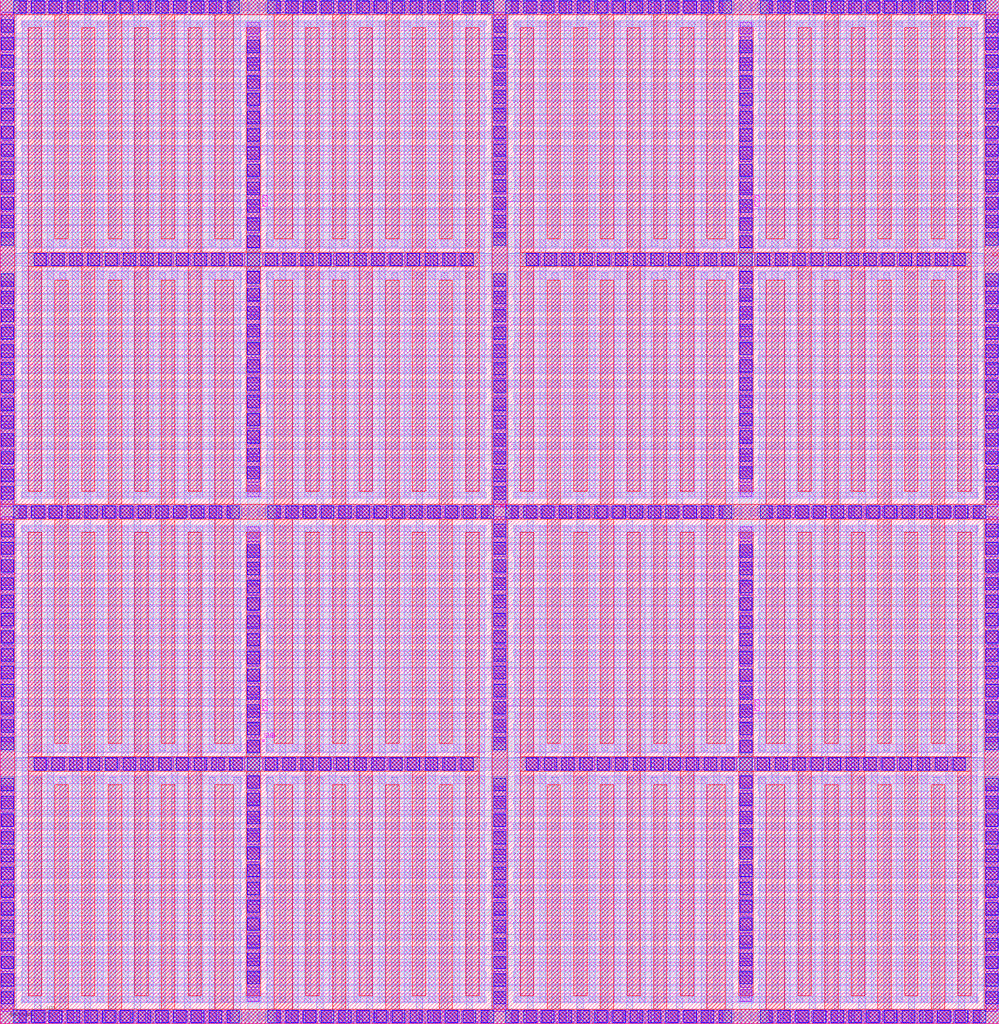
<source format=lef>
# Copyright 2020 The SkyWater PDK Authors
#
# Licensed under the Apache License, Version 2.0 (the "License");
# you may not use this file except in compliance with the License.
# You may obtain a copy of the License at
#
#     https://www.apache.org/licenses/LICENSE-2.0
#
# Unless required by applicable law or agreed to in writing, software
# distributed under the License is distributed on an "AS IS" BASIS,
# WITHOUT WARRANTIES OR CONDITIONS OF ANY KIND, either express or implied.
# See the License for the specific language governing permissions and
# limitations under the License.
#
# SPDX-License-Identifier: Apache-2.0

VERSION 5.7 ;
  NOWIREEXTENSIONATPIN ON ;
  DIVIDERCHAR "/" ;
  BUSBITCHARS "[]" ;
MACRO sky130_fd_pr__cap_vpp_11p5x11p7_l1m1m2m3_shieldm4_top
  CLASS BLOCK ;
  FOREIGN sky130_fd_pr__cap_vpp_11p5x11p7_l1m1m2m3_shieldm4_top ;
  ORIGIN  0.000000  0.000000 ;
  SIZE  22.49000 BY  23.05000 ;
  PIN C0
    PORT
      LAYER met3 ;
        RECT  0.000000  0.000000 22.490000  0.330000 ;
        RECT  0.000000  0.330000  0.330000 11.360000 ;
        RECT  0.000000 11.360000 22.490000 11.690000 ;
        RECT  0.000000 11.690000  0.330000 22.720000 ;
        RECT  0.000000 22.720000 22.490000 23.050000 ;
        RECT  1.230000  0.330000  1.530000  5.380000 ;
        RECT  1.230000  6.310000  1.530000 11.360000 ;
        RECT  1.230000 11.690000  1.530000 16.740000 ;
        RECT  1.230000 17.670000  1.530000 22.720000 ;
        RECT  2.430000  0.330000  2.730000  5.380000 ;
        RECT  2.430000  6.310000  2.730000 11.360000 ;
        RECT  2.430000 11.690000  2.730000 16.740000 ;
        RECT  2.430000 17.670000  2.730000 22.720000 ;
        RECT  3.630000  0.330000  3.930000  5.380000 ;
        RECT  3.630000  6.310000  3.930000 11.360000 ;
        RECT  3.630000 11.690000  3.930000 16.740000 ;
        RECT  3.630000 17.670000  3.930000 22.720000 ;
        RECT  4.830000  0.330000  5.240000  5.380000 ;
        RECT  4.830000  6.310000  5.240000 11.360000 ;
        RECT  4.830000 11.690000  5.240000 16.740000 ;
        RECT  4.830000 17.670000  5.240000 22.720000 ;
        RECT  6.170000  0.330000  6.580000  5.380000 ;
        RECT  6.170000  6.310000  6.580000 11.360000 ;
        RECT  6.170000 11.690000  6.580000 16.740000 ;
        RECT  6.170000 17.670000  6.580000 22.720000 ;
        RECT  7.480000  0.330000  7.780000  5.380000 ;
        RECT  7.480000  6.310000  7.780000 11.360000 ;
        RECT  7.480000 11.690000  7.780000 16.740000 ;
        RECT  7.480000 17.670000  7.780000 22.720000 ;
        RECT  8.680000  0.330000  8.980000  5.380000 ;
        RECT  8.680000  6.310000  8.980000 11.360000 ;
        RECT  8.680000 11.690000  8.980000 16.740000 ;
        RECT  8.680000 17.670000  8.980000 22.720000 ;
        RECT  9.880000  0.330000 10.180000  5.380000 ;
        RECT  9.880000  6.310000 10.180000 11.360000 ;
        RECT  9.880000 11.690000 10.180000 16.740000 ;
        RECT  9.880000 17.670000 10.180000 22.720000 ;
        RECT 11.080000  0.330000 11.410000 11.360000 ;
        RECT 11.080000 11.690000 11.410000 22.720000 ;
        RECT 12.310000  0.330000 12.610000  5.380000 ;
        RECT 12.310000  6.310000 12.610000 11.360000 ;
        RECT 12.310000 11.690000 12.610000 16.740000 ;
        RECT 12.310000 17.670000 12.610000 22.720000 ;
        RECT 13.510000  0.330000 13.810000  5.380000 ;
        RECT 13.510000  6.310000 13.810000 11.360000 ;
        RECT 13.510000 11.690000 13.810000 16.740000 ;
        RECT 13.510000 17.670000 13.810000 22.720000 ;
        RECT 14.710000  0.330000 15.010000  5.380000 ;
        RECT 14.710000  6.310000 15.010000 11.360000 ;
        RECT 14.710000 11.690000 15.010000 16.740000 ;
        RECT 14.710000 17.670000 15.010000 22.720000 ;
        RECT 15.910000  0.330000 16.320000  5.380000 ;
        RECT 15.910000  6.310000 16.320000 11.360000 ;
        RECT 15.910000 11.690000 16.320000 16.740000 ;
        RECT 15.910000 17.670000 16.320000 22.720000 ;
        RECT 17.250000  0.330000 17.660000  5.380000 ;
        RECT 17.250000  6.310000 17.660000 11.360000 ;
        RECT 17.250000 11.690000 17.660000 16.740000 ;
        RECT 17.250000 17.670000 17.660000 22.720000 ;
        RECT 18.560000  0.330000 18.860000  5.380000 ;
        RECT 18.560000  6.310000 18.860000 11.360000 ;
        RECT 18.560000 11.690000 18.860000 16.740000 ;
        RECT 18.560000 17.670000 18.860000 22.720000 ;
        RECT 19.760000  0.330000 20.060000  5.380000 ;
        RECT 19.760000  6.310000 20.060000 11.360000 ;
        RECT 19.760000 11.690000 20.060000 16.740000 ;
        RECT 19.760000 17.670000 20.060000 22.720000 ;
        RECT 20.960000  0.330000 21.260000  5.380000 ;
        RECT 20.960000  6.310000 21.260000 11.360000 ;
        RECT 20.960000 11.690000 21.260000 16.740000 ;
        RECT 20.960000 17.670000 21.260000 22.720000 ;
        RECT 22.160000  0.330000 22.490000 11.360000 ;
        RECT 22.160000 11.690000 22.490000 22.720000 ;
    END
  END C0
  PIN C1
    PORT
      LAYER met3 ;
        RECT  0.630000  0.630000  0.930000  5.680000 ;
        RECT  0.630000  5.680000 10.780000  6.010000 ;
        RECT  0.630000  6.010000  0.930000 11.060000 ;
        RECT  0.630000 11.990000  0.930000 17.040000 ;
        RECT  0.630000 17.040000 10.780000 17.370000 ;
        RECT  0.630000 17.370000  0.930000 22.420000 ;
        RECT  1.830000  0.630000  2.130000  5.680000 ;
        RECT  1.830000  6.010000  2.130000 11.060000 ;
        RECT  1.830000 11.990000  2.130000 17.040000 ;
        RECT  1.830000 17.370000  2.130000 22.420000 ;
        RECT  3.030000  0.630000  3.330000  5.680000 ;
        RECT  3.030000  6.010000  3.330000 11.060000 ;
        RECT  3.030000 11.990000  3.330000 17.040000 ;
        RECT  3.030000 17.370000  3.330000 22.420000 ;
        RECT  4.230000  0.630000  4.530000  5.680000 ;
        RECT  4.230000  6.010000  4.530000 11.060000 ;
        RECT  4.230000 11.990000  4.530000 17.040000 ;
        RECT  4.230000 17.370000  4.530000 22.420000 ;
        RECT  5.540000  0.630000  5.870000  5.680000 ;
        RECT  5.540000  6.010000  5.870000 11.060000 ;
        RECT  5.540000 11.990000  5.870000 17.040000 ;
        RECT  5.540000 17.370000  5.870000 22.420000 ;
        RECT  6.880000  0.630000  7.180000  5.680000 ;
        RECT  6.880000  6.010000  7.180000 11.060000 ;
        RECT  6.880000 11.990000  7.180000 17.040000 ;
        RECT  6.880000 17.370000  7.180000 22.420000 ;
        RECT  8.080000  0.630000  8.380000  5.680000 ;
        RECT  8.080000  6.010000  8.380000 11.060000 ;
        RECT  8.080000 11.990000  8.380000 17.040000 ;
        RECT  8.080000 17.370000  8.380000 22.420000 ;
        RECT  9.280000  0.630000  9.580000  5.680000 ;
        RECT  9.280000  6.010000  9.580000 11.060000 ;
        RECT  9.280000 11.990000  9.580000 17.040000 ;
        RECT  9.280000 17.370000  9.580000 22.420000 ;
        RECT 10.480000  0.630000 10.780000  5.680000 ;
        RECT 10.480000  6.010000 10.780000 11.060000 ;
        RECT 10.480000 11.990000 10.780000 17.040000 ;
        RECT 10.480000 17.370000 10.780000 22.420000 ;
        RECT 11.710000  0.630000 12.010000  5.680000 ;
        RECT 11.710000  5.680000 21.860000  6.010000 ;
        RECT 11.710000  6.010000 12.010000 11.060000 ;
        RECT 11.710000 11.990000 12.010000 17.040000 ;
        RECT 11.710000 17.040000 21.860000 17.370000 ;
        RECT 11.710000 17.370000 12.010000 22.420000 ;
        RECT 12.910000  0.630000 13.210000  5.680000 ;
        RECT 12.910000  6.010000 13.210000 11.060000 ;
        RECT 12.910000 11.990000 13.210000 17.040000 ;
        RECT 12.910000 17.370000 13.210000 22.420000 ;
        RECT 14.110000  0.630000 14.410000  5.680000 ;
        RECT 14.110000  6.010000 14.410000 11.060000 ;
        RECT 14.110000 11.990000 14.410000 17.040000 ;
        RECT 14.110000 17.370000 14.410000 22.420000 ;
        RECT 15.310000  0.630000 15.610000  5.680000 ;
        RECT 15.310000  6.010000 15.610000 11.060000 ;
        RECT 15.310000 11.990000 15.610000 17.040000 ;
        RECT 15.310000 17.370000 15.610000 22.420000 ;
        RECT 16.620000  0.630000 16.950000  5.680000 ;
        RECT 16.620000  6.010000 16.950000 11.060000 ;
        RECT 16.620000 11.990000 16.950000 17.040000 ;
        RECT 16.620000 17.370000 16.950000 22.420000 ;
        RECT 17.960000  0.630000 18.260000  5.680000 ;
        RECT 17.960000  6.010000 18.260000 11.060000 ;
        RECT 17.960000 11.990000 18.260000 17.040000 ;
        RECT 17.960000 17.370000 18.260000 22.420000 ;
        RECT 19.160000  0.630000 19.460000  5.680000 ;
        RECT 19.160000  6.010000 19.460000 11.060000 ;
        RECT 19.160000 11.990000 19.460000 17.040000 ;
        RECT 19.160000 17.370000 19.460000 22.420000 ;
        RECT 20.360000  0.630000 20.660000  5.680000 ;
        RECT 20.360000  6.010000 20.660000 11.060000 ;
        RECT 20.360000 11.990000 20.660000 17.040000 ;
        RECT 20.360000 17.370000 20.660000 22.420000 ;
        RECT 21.560000  0.630000 21.860000  5.680000 ;
        RECT 21.560000  6.010000 21.860000 11.060000 ;
        RECT 21.560000 11.990000 21.860000 17.040000 ;
        RECT 21.560000 17.370000 21.860000 22.420000 ;
    END
  END C1
  PIN M4
    PORT
      LAYER met4 ;
        RECT 0.000000 0.000000 22.490000 23.050000 ;
    END
  END M4
  PIN SUB
    PORT
      LAYER pwell ;
        RECT 5.895000 6.345000 5.945000 6.395000 ;
    END
  END SUB
  OBS
    LAYER li1 ;
      RECT  0.000000  0.000000 22.490000  0.330000 ;
      RECT  0.000000  0.330000  0.330000  0.860000 ;
      RECT  0.000000  0.860000  5.400000  1.030000 ;
      RECT  0.000000  1.030000  0.330000  1.560000 ;
      RECT  0.000000  1.560000  5.400000  1.730000 ;
      RECT  0.000000  1.730000  0.330000  2.260000 ;
      RECT  0.000000  2.260000  5.400000  2.430000 ;
      RECT  0.000000  2.430000  0.330000  2.960000 ;
      RECT  0.000000  2.960000  5.400000  3.130000 ;
      RECT  0.000000  3.130000  0.330000  3.660000 ;
      RECT  0.000000  3.660000  5.400000  3.830000 ;
      RECT  0.000000  3.830000  0.330000  4.360000 ;
      RECT  0.000000  4.360000  5.400000  4.530000 ;
      RECT  0.000000  4.530000  0.330000  5.060000 ;
      RECT  0.000000  5.060000  5.400000  5.230000 ;
      RECT  0.000000  5.230000  0.330000  5.760000 ;
      RECT  0.000000  5.760000  5.400000  5.930000 ;
      RECT  0.000000  5.930000  0.330000  6.460000 ;
      RECT  0.000000  6.460000  5.400000  6.630000 ;
      RECT  0.000000  6.630000  0.330000  7.150000 ;
      RECT  0.000000  7.150000  5.400000  7.330000 ;
      RECT  0.000000  7.330000  0.330000  7.860000 ;
      RECT  0.000000  7.860000  5.400000  8.030000 ;
      RECT  0.000000  8.030000  0.330000  8.560000 ;
      RECT  0.000000  8.560000  5.400000  8.730000 ;
      RECT  0.000000  8.730000  0.330000  9.260000 ;
      RECT  0.000000  9.260000  5.400000  9.430000 ;
      RECT  0.000000  9.430000  0.330000  9.960000 ;
      RECT  0.000000  9.960000  5.400000 10.130000 ;
      RECT  0.000000 10.130000  0.330000 10.660000 ;
      RECT  0.000000 10.660000  5.400000 10.830000 ;
      RECT  0.000000 10.830000  0.330000 11.360000 ;
      RECT  0.000000 11.360000 22.490000 11.690000 ;
      RECT  0.000000 11.690000  0.330000 12.220000 ;
      RECT  0.000000 12.220000  5.400000 12.390000 ;
      RECT  0.000000 12.390000  0.330000 12.920000 ;
      RECT  0.000000 12.920000  5.400000 13.090000 ;
      RECT  0.000000 13.090000  0.330000 13.620000 ;
      RECT  0.000000 13.620000  5.400000 13.790000 ;
      RECT  0.000000 13.790000  0.330000 14.320000 ;
      RECT  0.000000 14.320000  5.400000 14.490000 ;
      RECT  0.000000 14.490000  0.330000 15.020000 ;
      RECT  0.000000 15.020000  5.400000 15.190000 ;
      RECT  0.000000 15.190000  0.330000 15.720000 ;
      RECT  0.000000 15.720000  5.400000 15.890000 ;
      RECT  0.000000 15.890000  0.330000 16.420000 ;
      RECT  0.000000 16.420000  5.400000 16.590000 ;
      RECT  0.000000 16.590000  0.330000 17.120000 ;
      RECT  0.000000 17.120000  5.400000 17.290000 ;
      RECT  0.000000 17.290000  0.330000 17.820000 ;
      RECT  0.000000 17.820000  5.400000 17.990000 ;
      RECT  0.000000 17.990000  0.330000 18.510000 ;
      RECT  0.000000 18.510000  5.400000 18.690000 ;
      RECT  0.000000 18.690000  0.330000 19.220000 ;
      RECT  0.000000 19.220000  5.400000 19.390000 ;
      RECT  0.000000 19.390000  0.330000 19.920000 ;
      RECT  0.000000 19.920000  5.400000 20.090000 ;
      RECT  0.000000 20.090000  0.330000 20.620000 ;
      RECT  0.000000 20.620000  5.400000 20.790000 ;
      RECT  0.000000 20.790000  0.330000 21.320000 ;
      RECT  0.000000 21.320000  5.400000 21.490000 ;
      RECT  0.000000 21.490000  0.330000 22.020000 ;
      RECT  0.000000 22.020000  5.400000 22.190000 ;
      RECT  0.000000 22.190000  0.330000 22.720000 ;
      RECT  0.000000 22.720000 22.490000 23.050000 ;
      RECT  0.500000  0.500000 10.905000  0.690000 ;
      RECT  0.500000  1.200000 10.905000  1.390000 ;
      RECT  0.500000  1.900000 10.905000  2.090000 ;
      RECT  0.500000  2.600000 10.905000  2.790000 ;
      RECT  0.500000  3.300000 10.905000  3.490000 ;
      RECT  0.500000  4.000000 10.905000  4.190000 ;
      RECT  0.500000  4.700000 10.905000  4.890000 ;
      RECT  0.500000  5.400000 10.905000  5.590000 ;
      RECT  0.500000  6.100000 10.905000  6.290000 ;
      RECT  0.500000  6.800000 10.905000  6.980000 ;
      RECT  0.500000  7.500000 10.905000  7.690000 ;
      RECT  0.500000  8.200000 10.905000  8.390000 ;
      RECT  0.500000  8.900000 10.905000  9.090000 ;
      RECT  0.500000  9.600000 10.905000  9.790000 ;
      RECT  0.500000 10.300000 10.905000 10.490000 ;
      RECT  0.500000 11.000000 10.905000 11.190000 ;
      RECT  0.500000 11.860000 10.905000 12.050000 ;
      RECT  0.500000 12.560000 10.905000 12.750000 ;
      RECT  0.500000 13.260000 10.905000 13.450000 ;
      RECT  0.500000 13.960000 10.905000 14.150000 ;
      RECT  0.500000 14.660000 10.905000 14.850000 ;
      RECT  0.500000 15.360000 10.905000 15.550000 ;
      RECT  0.500000 16.060000 10.905000 16.250000 ;
      RECT  0.500000 16.760000 10.905000 16.950000 ;
      RECT  0.500000 17.460000 10.905000 17.650000 ;
      RECT  0.500000 18.160000 10.905000 18.340000 ;
      RECT  0.500000 18.860000 10.905000 19.050000 ;
      RECT  0.500000 19.560000 10.905000 19.750000 ;
      RECT  0.500000 20.260000 10.905000 20.450000 ;
      RECT  0.500000 20.960000 10.905000 21.150000 ;
      RECT  0.500000 21.660000 10.905000 21.850000 ;
      RECT  0.500000 22.360000 10.905000 22.550000 ;
      RECT  5.570000  0.690000  5.840000  1.200000 ;
      RECT  5.570000  1.390000  5.840000  1.900000 ;
      RECT  5.570000  2.090000  5.840000  2.600000 ;
      RECT  5.570000  2.790000  5.840000  3.300000 ;
      RECT  5.570000  3.490000  5.840000  4.000000 ;
      RECT  5.570000  4.190000  5.840000  4.700000 ;
      RECT  5.570000  4.890000  5.840000  5.400000 ;
      RECT  5.570000  5.590000  5.840000  6.100000 ;
      RECT  5.570000  6.290000  5.840000  6.800000 ;
      RECT  5.570000  6.980000 10.905000  6.990000 ;
      RECT  5.570000  6.990000  5.840000  7.500000 ;
      RECT  5.570000  7.690000  5.840000  8.200000 ;
      RECT  5.570000  8.390000  5.840000  8.900000 ;
      RECT  5.570000  9.090000  5.840000  9.600000 ;
      RECT  5.570000  9.790000  5.840000 10.300000 ;
      RECT  5.570000 10.490000  5.840000 11.000000 ;
      RECT  5.570000 12.050000  5.840000 12.560000 ;
      RECT  5.570000 12.750000  5.840000 13.260000 ;
      RECT  5.570000 13.450000  5.840000 13.960000 ;
      RECT  5.570000 14.150000  5.840000 14.660000 ;
      RECT  5.570000 14.850000  5.840000 15.360000 ;
      RECT  5.570000 15.550000  5.840000 16.060000 ;
      RECT  5.570000 16.250000  5.840000 16.760000 ;
      RECT  5.570000 16.950000  5.840000 17.460000 ;
      RECT  5.570000 17.650000  5.840000 18.160000 ;
      RECT  5.570000 18.340000 10.905000 18.350000 ;
      RECT  5.570000 18.350000  5.840000 18.860000 ;
      RECT  5.570000 19.050000  5.840000 19.560000 ;
      RECT  5.570000 19.750000  5.840000 20.260000 ;
      RECT  5.570000 20.450000  5.840000 20.960000 ;
      RECT  5.570000 21.150000  5.840000 21.660000 ;
      RECT  5.570000 21.850000  5.840000 22.360000 ;
      RECT  6.010000  0.860000 16.480000  1.030000 ;
      RECT  6.010000  1.560000 16.480000  1.730000 ;
      RECT  6.010000  2.260000 16.480000  2.430000 ;
      RECT  6.010000  2.960000 16.480000  3.130000 ;
      RECT  6.010000  3.660000 16.480000  3.830000 ;
      RECT  6.010000  4.360000 16.480000  4.530000 ;
      RECT  6.010000  5.060000 16.480000  5.230000 ;
      RECT  6.010000  5.760000 16.480000  5.930000 ;
      RECT  6.010000  6.460000 16.480000  6.630000 ;
      RECT  6.010000  7.160000 16.480000  7.330000 ;
      RECT  6.010000  7.860000 16.480000  8.030000 ;
      RECT  6.010000  8.560000 16.480000  8.730000 ;
      RECT  6.010000  9.260000 16.480000  9.430000 ;
      RECT  6.010000  9.960000 16.480000 10.130000 ;
      RECT  6.010000 10.660000 16.480000 10.830000 ;
      RECT  6.010000 12.220000 16.480000 12.390000 ;
      RECT  6.010000 12.920000 16.480000 13.090000 ;
      RECT  6.010000 13.620000 16.480000 13.790000 ;
      RECT  6.010000 14.320000 16.480000 14.490000 ;
      RECT  6.010000 15.020000 16.480000 15.190000 ;
      RECT  6.010000 15.720000 16.480000 15.890000 ;
      RECT  6.010000 16.420000 16.480000 16.590000 ;
      RECT  6.010000 17.120000 16.480000 17.290000 ;
      RECT  6.010000 17.820000 16.480000 17.990000 ;
      RECT  6.010000 18.520000 16.480000 18.690000 ;
      RECT  6.010000 19.220000 16.480000 19.390000 ;
      RECT  6.010000 19.920000 16.480000 20.090000 ;
      RECT  6.010000 20.620000 16.480000 20.790000 ;
      RECT  6.010000 21.320000 16.480000 21.490000 ;
      RECT  6.010000 22.020000 16.480000 22.190000 ;
      RECT 11.080000  0.330000 11.410000  0.860000 ;
      RECT 11.080000  1.030000 11.410000  1.560000 ;
      RECT 11.080000  1.730000 11.410000  2.260000 ;
      RECT 11.080000  2.430000 11.410000  2.960000 ;
      RECT 11.080000  3.130000 11.410000  3.660000 ;
      RECT 11.080000  3.830000 11.410000  4.360000 ;
      RECT 11.080000  4.530000 11.410000  5.060000 ;
      RECT 11.080000  5.230000 11.410000  5.760000 ;
      RECT 11.080000  5.930000 11.410000  6.460000 ;
      RECT 11.080000  6.630000 11.410000  7.150000 ;
      RECT 11.080000  7.150000 16.480000  7.160000 ;
      RECT 11.080000  7.330000 11.410000  7.860000 ;
      RECT 11.080000  8.030000 11.410000  8.560000 ;
      RECT 11.080000  8.730000 11.410000  9.260000 ;
      RECT 11.080000  9.430000 11.410000  9.960000 ;
      RECT 11.080000 10.130000 11.410000 10.660000 ;
      RECT 11.080000 10.830000 11.410000 11.360000 ;
      RECT 11.080000 11.690000 11.410000 12.220000 ;
      RECT 11.080000 12.390000 11.410000 12.920000 ;
      RECT 11.080000 13.090000 11.410000 13.620000 ;
      RECT 11.080000 13.790000 11.410000 14.320000 ;
      RECT 11.080000 14.490000 11.410000 15.020000 ;
      RECT 11.080000 15.190000 11.410000 15.720000 ;
      RECT 11.080000 15.890000 11.410000 16.420000 ;
      RECT 11.080000 16.590000 11.410000 17.120000 ;
      RECT 11.080000 17.290000 11.410000 17.820000 ;
      RECT 11.080000 17.990000 11.410000 18.510000 ;
      RECT 11.080000 18.510000 16.480000 18.520000 ;
      RECT 11.080000 18.690000 11.410000 19.220000 ;
      RECT 11.080000 19.390000 11.410000 19.920000 ;
      RECT 11.080000 20.090000 11.410000 20.620000 ;
      RECT 11.080000 20.790000 11.410000 21.320000 ;
      RECT 11.080000 21.490000 11.410000 22.020000 ;
      RECT 11.080000 22.190000 11.410000 22.720000 ;
      RECT 11.580000  0.500000 21.985000  0.690000 ;
      RECT 11.580000  1.200000 21.985000  1.390000 ;
      RECT 11.580000  1.900000 21.985000  2.090000 ;
      RECT 11.580000  2.600000 21.985000  2.790000 ;
      RECT 11.580000  3.300000 21.985000  3.490000 ;
      RECT 11.580000  4.000000 21.985000  4.190000 ;
      RECT 11.580000  4.700000 21.985000  4.890000 ;
      RECT 11.580000  5.400000 21.985000  5.590000 ;
      RECT 11.580000  6.100000 21.985000  6.290000 ;
      RECT 11.580000  6.800000 21.985000  6.980000 ;
      RECT 11.580000  7.500000 21.985000  7.690000 ;
      RECT 11.580000  8.200000 21.985000  8.390000 ;
      RECT 11.580000  8.900000 21.985000  9.090000 ;
      RECT 11.580000  9.600000 21.985000  9.790000 ;
      RECT 11.580000 10.300000 21.985000 10.490000 ;
      RECT 11.580000 11.000000 21.985000 11.190000 ;
      RECT 11.580000 11.860000 21.985000 12.050000 ;
      RECT 11.580000 12.560000 21.985000 12.750000 ;
      RECT 11.580000 13.260000 21.985000 13.450000 ;
      RECT 11.580000 13.960000 21.985000 14.150000 ;
      RECT 11.580000 14.660000 21.985000 14.850000 ;
      RECT 11.580000 15.360000 21.985000 15.550000 ;
      RECT 11.580000 16.060000 21.985000 16.250000 ;
      RECT 11.580000 16.760000 21.985000 16.950000 ;
      RECT 11.580000 17.460000 21.985000 17.650000 ;
      RECT 11.580000 18.160000 21.985000 18.340000 ;
      RECT 11.580000 18.860000 21.985000 19.050000 ;
      RECT 11.580000 19.560000 21.985000 19.750000 ;
      RECT 11.580000 20.260000 21.985000 20.450000 ;
      RECT 11.580000 20.960000 21.985000 21.150000 ;
      RECT 11.580000 21.660000 21.985000 21.850000 ;
      RECT 11.580000 22.360000 21.985000 22.550000 ;
      RECT 16.650000  0.690000 16.920000  1.200000 ;
      RECT 16.650000  1.390000 16.920000  1.900000 ;
      RECT 16.650000  2.090000 16.920000  2.600000 ;
      RECT 16.650000  2.790000 16.920000  3.300000 ;
      RECT 16.650000  3.490000 16.920000  4.000000 ;
      RECT 16.650000  4.190000 16.920000  4.700000 ;
      RECT 16.650000  4.890000 16.920000  5.400000 ;
      RECT 16.650000  5.590000 16.920000  6.100000 ;
      RECT 16.650000  6.290000 16.920000  6.800000 ;
      RECT 16.650000  6.980000 21.985000  6.990000 ;
      RECT 16.650000  6.990000 16.920000  7.500000 ;
      RECT 16.650000  7.690000 16.920000  8.200000 ;
      RECT 16.650000  8.390000 16.920000  8.900000 ;
      RECT 16.650000  9.090000 16.920000  9.600000 ;
      RECT 16.650000  9.790000 16.920000 10.300000 ;
      RECT 16.650000 10.490000 16.920000 11.000000 ;
      RECT 16.650000 12.050000 16.920000 12.560000 ;
      RECT 16.650000 12.750000 16.920000 13.260000 ;
      RECT 16.650000 13.450000 16.920000 13.960000 ;
      RECT 16.650000 14.150000 16.920000 14.660000 ;
      RECT 16.650000 14.850000 16.920000 15.360000 ;
      RECT 16.650000 15.550000 16.920000 16.060000 ;
      RECT 16.650000 16.250000 16.920000 16.760000 ;
      RECT 16.650000 16.950000 16.920000 17.460000 ;
      RECT 16.650000 17.650000 16.920000 18.160000 ;
      RECT 16.650000 18.340000 21.985000 18.350000 ;
      RECT 16.650000 18.350000 16.920000 18.860000 ;
      RECT 16.650000 19.050000 16.920000 19.560000 ;
      RECT 16.650000 19.750000 16.920000 20.260000 ;
      RECT 16.650000 20.450000 16.920000 20.960000 ;
      RECT 16.650000 21.150000 16.920000 21.660000 ;
      RECT 16.650000 21.850000 16.920000 22.360000 ;
      RECT 17.090000  0.860000 22.490000  1.030000 ;
      RECT 17.090000  1.560000 22.490000  1.730000 ;
      RECT 17.090000  2.260000 22.490000  2.430000 ;
      RECT 17.090000  2.960000 22.490000  3.130000 ;
      RECT 17.090000  3.660000 22.490000  3.830000 ;
      RECT 17.090000  4.360000 22.490000  4.530000 ;
      RECT 17.090000  5.060000 22.490000  5.230000 ;
      RECT 17.090000  5.760000 22.490000  5.930000 ;
      RECT 17.090000  6.460000 22.490000  6.630000 ;
      RECT 17.090000  7.160000 22.490000  7.330000 ;
      RECT 17.090000  7.860000 22.490000  8.030000 ;
      RECT 17.090000  8.560000 22.490000  8.730000 ;
      RECT 17.090000  9.260000 22.490000  9.430000 ;
      RECT 17.090000  9.960000 22.490000 10.130000 ;
      RECT 17.090000 10.660000 22.490000 10.830000 ;
      RECT 17.090000 12.220000 22.490000 12.390000 ;
      RECT 17.090000 12.920000 22.490000 13.090000 ;
      RECT 17.090000 13.620000 22.490000 13.790000 ;
      RECT 17.090000 14.320000 22.490000 14.490000 ;
      RECT 17.090000 15.020000 22.490000 15.190000 ;
      RECT 17.090000 15.720000 22.490000 15.890000 ;
      RECT 17.090000 16.420000 22.490000 16.590000 ;
      RECT 17.090000 17.120000 22.490000 17.290000 ;
      RECT 17.090000 17.820000 22.490000 17.990000 ;
      RECT 17.090000 18.520000 22.490000 18.690000 ;
      RECT 17.090000 19.220000 22.490000 19.390000 ;
      RECT 17.090000 19.920000 22.490000 20.090000 ;
      RECT 17.090000 20.620000 22.490000 20.790000 ;
      RECT 17.090000 21.320000 22.490000 21.490000 ;
      RECT 17.090000 22.020000 22.490000 22.190000 ;
      RECT 22.160000  0.330000 22.490000  0.860000 ;
      RECT 22.160000  1.030000 22.490000  1.560000 ;
      RECT 22.160000  1.730000 22.490000  2.260000 ;
      RECT 22.160000  2.430000 22.490000  2.960000 ;
      RECT 22.160000  3.130000 22.490000  3.660000 ;
      RECT 22.160000  3.830000 22.490000  4.360000 ;
      RECT 22.160000  4.530000 22.490000  5.060000 ;
      RECT 22.160000  5.230000 22.490000  5.760000 ;
      RECT 22.160000  5.930000 22.490000  6.460000 ;
      RECT 22.160000  6.630000 22.490000  7.160000 ;
      RECT 22.160000  7.330000 22.490000  7.860000 ;
      RECT 22.160000  8.030000 22.490000  8.560000 ;
      RECT 22.160000  8.730000 22.490000  9.260000 ;
      RECT 22.160000  9.430000 22.490000  9.960000 ;
      RECT 22.160000 10.130000 22.490000 10.660000 ;
      RECT 22.160000 10.830000 22.490000 11.360000 ;
      RECT 22.160000 11.690000 22.490000 12.220000 ;
      RECT 22.160000 12.390000 22.490000 12.920000 ;
      RECT 22.160000 13.090000 22.490000 13.620000 ;
      RECT 22.160000 13.790000 22.490000 14.320000 ;
      RECT 22.160000 14.490000 22.490000 15.020000 ;
      RECT 22.160000 15.190000 22.490000 15.720000 ;
      RECT 22.160000 15.890000 22.490000 16.420000 ;
      RECT 22.160000 16.590000 22.490000 17.120000 ;
      RECT 22.160000 17.290000 22.490000 17.820000 ;
      RECT 22.160000 17.990000 22.490000 18.520000 ;
      RECT 22.160000 18.690000 22.490000 19.220000 ;
      RECT 22.160000 19.390000 22.490000 19.920000 ;
      RECT 22.160000 20.090000 22.490000 20.620000 ;
      RECT 22.160000 20.790000 22.490000 21.320000 ;
      RECT 22.160000 21.490000 22.490000 22.020000 ;
      RECT 22.160000 22.190000 22.490000 22.720000 ;
    LAYER mcon ;
      RECT  0.080000  0.580000  0.250000  0.750000 ;
      RECT  0.080000  0.940000  0.250000  1.110000 ;
      RECT  0.080000  1.300000  0.250000  1.470000 ;
      RECT  0.080000  1.660000  0.250000  1.830000 ;
      RECT  0.080000  2.020000  0.250000  2.190000 ;
      RECT  0.080000  2.380000  0.250000  2.550000 ;
      RECT  0.080000  2.740000  0.250000  2.910000 ;
      RECT  0.080000  3.100000  0.250000  3.270000 ;
      RECT  0.080000  3.460000  0.250000  3.630000 ;
      RECT  0.080000  3.820000  0.250000  3.990000 ;
      RECT  0.080000  4.180000  0.250000  4.350000 ;
      RECT  0.080000  4.540000  0.250000  4.710000 ;
      RECT  0.080000  4.900000  0.250000  5.070000 ;
      RECT  0.080000  5.260000  0.250000  5.430000 ;
      RECT  0.080000  6.260000  0.250000  6.430000 ;
      RECT  0.080000  6.620000  0.250000  6.790000 ;
      RECT  0.080000  6.980000  0.250000  7.150000 ;
      RECT  0.080000  7.340000  0.250000  7.510000 ;
      RECT  0.080000  7.700000  0.250000  7.870000 ;
      RECT  0.080000  8.060000  0.250000  8.230000 ;
      RECT  0.080000  8.420000  0.250000  8.590000 ;
      RECT  0.080000  8.780000  0.250000  8.950000 ;
      RECT  0.080000  9.140000  0.250000  9.310000 ;
      RECT  0.080000  9.500000  0.250000  9.670000 ;
      RECT  0.080000  9.860000  0.250000 10.030000 ;
      RECT  0.080000 10.220000  0.250000 10.390000 ;
      RECT  0.080000 10.580000  0.250000 10.750000 ;
      RECT  0.080000 10.940000  0.250000 11.110000 ;
      RECT  0.080000 11.940000  0.250000 12.110000 ;
      RECT  0.080000 12.300000  0.250000 12.470000 ;
      RECT  0.080000 12.660000  0.250000 12.830000 ;
      RECT  0.080000 13.020000  0.250000 13.190000 ;
      RECT  0.080000 13.380000  0.250000 13.550000 ;
      RECT  0.080000 13.740000  0.250000 13.910000 ;
      RECT  0.080000 14.100000  0.250000 14.270000 ;
      RECT  0.080000 14.460000  0.250000 14.630000 ;
      RECT  0.080000 14.820000  0.250000 14.990000 ;
      RECT  0.080000 15.180000  0.250000 15.350000 ;
      RECT  0.080000 15.540000  0.250000 15.710000 ;
      RECT  0.080000 15.900000  0.250000 16.070000 ;
      RECT  0.080000 16.260000  0.250000 16.430000 ;
      RECT  0.080000 16.620000  0.250000 16.790000 ;
      RECT  0.080000 17.620000  0.250000 17.790000 ;
      RECT  0.080000 17.980000  0.250000 18.150000 ;
      RECT  0.080000 18.340000  0.250000 18.510000 ;
      RECT  0.080000 18.700000  0.250000 18.870000 ;
      RECT  0.080000 19.060000  0.250000 19.230000 ;
      RECT  0.080000 19.420000  0.250000 19.590000 ;
      RECT  0.080000 19.780000  0.250000 19.950000 ;
      RECT  0.080000 20.140000  0.250000 20.310000 ;
      RECT  0.080000 20.500000  0.250000 20.670000 ;
      RECT  0.080000 20.860000  0.250000 21.030000 ;
      RECT  0.080000 21.220000  0.250000 21.390000 ;
      RECT  0.080000 21.580000  0.250000 21.750000 ;
      RECT  0.080000 21.940000  0.250000 22.110000 ;
      RECT  0.080000 22.300000  0.250000 22.470000 ;
      RECT  0.400000  0.080000  0.570000  0.250000 ;
      RECT  0.400000 11.440000  0.570000 11.610000 ;
      RECT  0.400000 22.800000  0.570000 22.970000 ;
      RECT  0.760000  0.080000  0.930000  0.250000 ;
      RECT  0.760000 11.440000  0.930000 11.610000 ;
      RECT  0.760000 22.800000  0.930000 22.970000 ;
      RECT  1.120000  0.080000  1.290000  0.250000 ;
      RECT  1.120000 11.440000  1.290000 11.610000 ;
      RECT  1.120000 22.800000  1.290000 22.970000 ;
      RECT  1.480000  0.080000  1.650000  0.250000 ;
      RECT  1.480000 11.440000  1.650000 11.610000 ;
      RECT  1.480000 22.800000  1.650000 22.970000 ;
      RECT  1.840000  0.080000  2.010000  0.250000 ;
      RECT  1.840000 11.440000  2.010000 11.610000 ;
      RECT  1.840000 22.800000  2.010000 22.970000 ;
      RECT  2.200000  0.080000  2.370000  0.250000 ;
      RECT  2.200000 11.440000  2.370000 11.610000 ;
      RECT  2.200000 22.800000  2.370000 22.970000 ;
      RECT  2.560000  0.080000  2.730000  0.250000 ;
      RECT  2.560000 11.440000  2.730000 11.610000 ;
      RECT  2.560000 22.800000  2.730000 22.970000 ;
      RECT  2.920000  0.080000  3.090000  0.250000 ;
      RECT  2.920000 11.440000  3.090000 11.610000 ;
      RECT  2.920000 22.800000  3.090000 22.970000 ;
      RECT  3.280000  0.080000  3.450000  0.250000 ;
      RECT  3.280000 11.440000  3.450000 11.610000 ;
      RECT  3.280000 22.800000  3.450000 22.970000 ;
      RECT  3.640000  0.080000  3.810000  0.250000 ;
      RECT  3.640000 11.440000  3.810000 11.610000 ;
      RECT  3.640000 22.800000  3.810000 22.970000 ;
      RECT  4.000000  0.080000  4.170000  0.250000 ;
      RECT  4.000000 11.440000  4.170000 11.610000 ;
      RECT  4.000000 22.800000  4.170000 22.970000 ;
      RECT  4.360000  0.080000  4.530000  0.250000 ;
      RECT  4.360000 11.440000  4.530000 11.610000 ;
      RECT  4.360000 22.800000  4.530000 22.970000 ;
      RECT  4.720000  0.080000  4.890000  0.250000 ;
      RECT  4.720000 11.440000  4.890000 11.610000 ;
      RECT  4.720000 22.800000  4.890000 22.970000 ;
      RECT  5.080000  0.080000  5.250000  0.250000 ;
      RECT  5.080000 11.440000  5.250000 11.610000 ;
      RECT  5.080000 22.800000  5.250000 22.970000 ;
      RECT  5.440000  0.080000  5.610000  0.250000 ;
      RECT  5.440000 11.440000  5.610000 11.610000 ;
      RECT  5.440000 22.800000  5.610000 22.970000 ;
      RECT  5.620000  0.590000  5.790000  0.760000 ;
      RECT  5.620000  0.950000  5.790000  1.120000 ;
      RECT  5.620000  1.310000  5.790000  1.480000 ;
      RECT  5.620000  1.670000  5.790000  1.840000 ;
      RECT  5.620000  2.030000  5.790000  2.200000 ;
      RECT  5.620000  2.390000  5.790000  2.560000 ;
      RECT  5.620000  2.750000  5.790000  2.920000 ;
      RECT  5.620000  3.110000  5.790000  3.280000 ;
      RECT  5.620000  3.470000  5.790000  3.640000 ;
      RECT  5.620000  3.830000  5.790000  4.000000 ;
      RECT  5.620000  4.190000  5.790000  4.360000 ;
      RECT  5.620000  4.550000  5.790000  4.720000 ;
      RECT  5.620000  4.910000  5.790000  5.080000 ;
      RECT  5.620000  5.270000  5.790000  5.440000 ;
      RECT  5.620000  6.250000  5.790000  6.420000 ;
      RECT  5.620000  6.610000  5.790000  6.780000 ;
      RECT  5.620000  6.970000  5.790000  7.140000 ;
      RECT  5.620000  7.330000  5.790000  7.500000 ;
      RECT  5.620000  7.690000  5.790000  7.860000 ;
      RECT  5.620000  8.050000  5.790000  8.220000 ;
      RECT  5.620000  8.410000  5.790000  8.580000 ;
      RECT  5.620000  8.770000  5.790000  8.940000 ;
      RECT  5.620000  9.130000  5.790000  9.300000 ;
      RECT  5.620000  9.490000  5.790000  9.660000 ;
      RECT  5.620000  9.850000  5.790000 10.020000 ;
      RECT  5.620000 10.210000  5.790000 10.380000 ;
      RECT  5.620000 10.570000  5.790000 10.740000 ;
      RECT  5.620000 10.930000  5.790000 11.100000 ;
      RECT  5.620000 11.950000  5.790000 12.120000 ;
      RECT  5.620000 12.310000  5.790000 12.480000 ;
      RECT  5.620000 12.670000  5.790000 12.840000 ;
      RECT  5.620000 13.030000  5.790000 13.200000 ;
      RECT  5.620000 13.390000  5.790000 13.560000 ;
      RECT  5.620000 13.750000  5.790000 13.920000 ;
      RECT  5.620000 14.110000  5.790000 14.280000 ;
      RECT  5.620000 14.470000  5.790000 14.640000 ;
      RECT  5.620000 14.830000  5.790000 15.000000 ;
      RECT  5.620000 15.190000  5.790000 15.360000 ;
      RECT  5.620000 15.550000  5.790000 15.720000 ;
      RECT  5.620000 15.910000  5.790000 16.080000 ;
      RECT  5.620000 16.270000  5.790000 16.440000 ;
      RECT  5.620000 16.630000  5.790000 16.800000 ;
      RECT  5.620000 17.610000  5.790000 17.780000 ;
      RECT  5.620000 17.970000  5.790000 18.140000 ;
      RECT  5.620000 18.330000  5.790000 18.500000 ;
      RECT  5.620000 18.690000  5.790000 18.860000 ;
      RECT  5.620000 19.050000  5.790000 19.220000 ;
      RECT  5.620000 19.410000  5.790000 19.580000 ;
      RECT  5.620000 19.770000  5.790000 19.940000 ;
      RECT  5.620000 20.130000  5.790000 20.300000 ;
      RECT  5.620000 20.490000  5.790000 20.660000 ;
      RECT  5.620000 20.850000  5.790000 21.020000 ;
      RECT  5.620000 21.210000  5.790000 21.380000 ;
      RECT  5.620000 21.570000  5.790000 21.740000 ;
      RECT  5.620000 21.930000  5.790000 22.100000 ;
      RECT  5.620000 22.290000  5.790000 22.460000 ;
      RECT  5.800000  0.080000  5.970000  0.250000 ;
      RECT  5.800000 11.440000  5.970000 11.610000 ;
      RECT  5.800000 22.800000  5.970000 22.970000 ;
      RECT  6.160000  0.080000  6.330000  0.250000 ;
      RECT  6.160000 11.440000  6.330000 11.610000 ;
      RECT  6.160000 22.800000  6.330000 22.970000 ;
      RECT  6.520000  0.080000  6.690000  0.250000 ;
      RECT  6.520000 11.440000  6.690000 11.610000 ;
      RECT  6.520000 22.800000  6.690000 22.970000 ;
      RECT  6.880000  0.080000  7.050000  0.250000 ;
      RECT  6.880000 11.440000  7.050000 11.610000 ;
      RECT  6.880000 22.800000  7.050000 22.970000 ;
      RECT  7.240000  0.080000  7.410000  0.250000 ;
      RECT  7.240000 11.440000  7.410000 11.610000 ;
      RECT  7.240000 22.800000  7.410000 22.970000 ;
      RECT  7.600000  0.080000  7.770000  0.250000 ;
      RECT  7.600000 11.440000  7.770000 11.610000 ;
      RECT  7.600000 22.800000  7.770000 22.970000 ;
      RECT  7.960000  0.080000  8.130000  0.250000 ;
      RECT  7.960000 11.440000  8.130000 11.610000 ;
      RECT  7.960000 22.800000  8.130000 22.970000 ;
      RECT  8.320000  0.080000  8.490000  0.250000 ;
      RECT  8.320000 11.440000  8.490000 11.610000 ;
      RECT  8.320000 22.800000  8.490000 22.970000 ;
      RECT  8.680000  0.080000  8.850000  0.250000 ;
      RECT  8.680000 11.440000  8.850000 11.610000 ;
      RECT  8.680000 22.800000  8.850000 22.970000 ;
      RECT  9.040000  0.080000  9.210000  0.250000 ;
      RECT  9.040000 11.440000  9.210000 11.610000 ;
      RECT  9.040000 22.800000  9.210000 22.970000 ;
      RECT  9.400000  0.080000  9.570000  0.250000 ;
      RECT  9.400000 11.440000  9.570000 11.610000 ;
      RECT  9.400000 22.800000  9.570000 22.970000 ;
      RECT  9.760000  0.080000  9.930000  0.250000 ;
      RECT  9.760000 11.440000  9.930000 11.610000 ;
      RECT  9.760000 22.800000  9.930000 22.970000 ;
      RECT 10.120000  0.080000 10.290000  0.250000 ;
      RECT 10.120000 11.440000 10.290000 11.610000 ;
      RECT 10.120000 22.800000 10.290000 22.970000 ;
      RECT 10.480000  0.080000 10.650000  0.250000 ;
      RECT 10.480000 11.440000 10.650000 11.610000 ;
      RECT 10.480000 22.800000 10.650000 22.970000 ;
      RECT 10.840000  0.080000 11.010000  0.250000 ;
      RECT 10.840000 11.440000 11.010000 11.610000 ;
      RECT 10.840000 22.800000 11.010000 22.970000 ;
      RECT 11.160000  0.580000 11.330000  0.750000 ;
      RECT 11.160000  0.940000 11.330000  1.110000 ;
      RECT 11.160000  1.300000 11.330000  1.470000 ;
      RECT 11.160000  1.660000 11.330000  1.830000 ;
      RECT 11.160000  2.020000 11.330000  2.190000 ;
      RECT 11.160000  2.380000 11.330000  2.550000 ;
      RECT 11.160000  2.740000 11.330000  2.910000 ;
      RECT 11.160000  3.100000 11.330000  3.270000 ;
      RECT 11.160000  3.460000 11.330000  3.630000 ;
      RECT 11.160000  3.820000 11.330000  3.990000 ;
      RECT 11.160000  4.180000 11.330000  4.350000 ;
      RECT 11.160000  4.540000 11.330000  4.710000 ;
      RECT 11.160000  4.900000 11.330000  5.070000 ;
      RECT 11.160000  5.260000 11.330000  5.430000 ;
      RECT 11.160000  6.260000 11.330000  6.430000 ;
      RECT 11.160000  6.620000 11.330000  6.790000 ;
      RECT 11.160000  6.980000 11.330000  7.150000 ;
      RECT 11.160000  7.340000 11.330000  7.510000 ;
      RECT 11.160000  7.700000 11.330000  7.870000 ;
      RECT 11.160000  8.060000 11.330000  8.230000 ;
      RECT 11.160000  8.420000 11.330000  8.590000 ;
      RECT 11.160000  8.780000 11.330000  8.950000 ;
      RECT 11.160000  9.140000 11.330000  9.310000 ;
      RECT 11.160000  9.500000 11.330000  9.670000 ;
      RECT 11.160000  9.860000 11.330000 10.030000 ;
      RECT 11.160000 10.220000 11.330000 10.390000 ;
      RECT 11.160000 10.580000 11.330000 10.750000 ;
      RECT 11.160000 10.940000 11.330000 11.110000 ;
      RECT 11.160000 11.940000 11.330000 12.110000 ;
      RECT 11.160000 12.300000 11.330000 12.470000 ;
      RECT 11.160000 12.660000 11.330000 12.830000 ;
      RECT 11.160000 13.020000 11.330000 13.190000 ;
      RECT 11.160000 13.380000 11.330000 13.550000 ;
      RECT 11.160000 13.740000 11.330000 13.910000 ;
      RECT 11.160000 14.100000 11.330000 14.270000 ;
      RECT 11.160000 14.460000 11.330000 14.630000 ;
      RECT 11.160000 14.820000 11.330000 14.990000 ;
      RECT 11.160000 15.180000 11.330000 15.350000 ;
      RECT 11.160000 15.540000 11.330000 15.710000 ;
      RECT 11.160000 15.900000 11.330000 16.070000 ;
      RECT 11.160000 16.260000 11.330000 16.430000 ;
      RECT 11.160000 16.620000 11.330000 16.790000 ;
      RECT 11.160000 17.620000 11.330000 17.790000 ;
      RECT 11.160000 17.980000 11.330000 18.150000 ;
      RECT 11.160000 18.340000 11.330000 18.510000 ;
      RECT 11.160000 18.700000 11.330000 18.870000 ;
      RECT 11.160000 19.060000 11.330000 19.230000 ;
      RECT 11.160000 19.420000 11.330000 19.590000 ;
      RECT 11.160000 19.780000 11.330000 19.950000 ;
      RECT 11.160000 20.140000 11.330000 20.310000 ;
      RECT 11.160000 20.500000 11.330000 20.670000 ;
      RECT 11.160000 20.860000 11.330000 21.030000 ;
      RECT 11.160000 21.220000 11.330000 21.390000 ;
      RECT 11.160000 21.580000 11.330000 21.750000 ;
      RECT 11.160000 21.940000 11.330000 22.110000 ;
      RECT 11.160000 22.300000 11.330000 22.470000 ;
      RECT 11.480000  0.080000 11.650000  0.250000 ;
      RECT 11.480000 11.440000 11.650000 11.610000 ;
      RECT 11.480000 22.800000 11.650000 22.970000 ;
      RECT 11.840000  0.080000 12.010000  0.250000 ;
      RECT 11.840000 11.440000 12.010000 11.610000 ;
      RECT 11.840000 22.800000 12.010000 22.970000 ;
      RECT 12.200000  0.080000 12.370000  0.250000 ;
      RECT 12.200000 11.440000 12.370000 11.610000 ;
      RECT 12.200000 22.800000 12.370000 22.970000 ;
      RECT 12.560000  0.080000 12.730000  0.250000 ;
      RECT 12.560000 11.440000 12.730000 11.610000 ;
      RECT 12.560000 22.800000 12.730000 22.970000 ;
      RECT 12.920000  0.080000 13.090000  0.250000 ;
      RECT 12.920000 11.440000 13.090000 11.610000 ;
      RECT 12.920000 22.800000 13.090000 22.970000 ;
      RECT 13.280000  0.080000 13.450000  0.250000 ;
      RECT 13.280000 11.440000 13.450000 11.610000 ;
      RECT 13.280000 22.800000 13.450000 22.970000 ;
      RECT 13.640000  0.080000 13.810000  0.250000 ;
      RECT 13.640000 11.440000 13.810000 11.610000 ;
      RECT 13.640000 22.800000 13.810000 22.970000 ;
      RECT 14.000000  0.080000 14.170000  0.250000 ;
      RECT 14.000000 11.440000 14.170000 11.610000 ;
      RECT 14.000000 22.800000 14.170000 22.970000 ;
      RECT 14.360000  0.080000 14.530000  0.250000 ;
      RECT 14.360000 11.440000 14.530000 11.610000 ;
      RECT 14.360000 22.800000 14.530000 22.970000 ;
      RECT 14.720000  0.080000 14.890000  0.250000 ;
      RECT 14.720000 11.440000 14.890000 11.610000 ;
      RECT 14.720000 22.800000 14.890000 22.970000 ;
      RECT 15.080000  0.080000 15.250000  0.250000 ;
      RECT 15.080000 11.440000 15.250000 11.610000 ;
      RECT 15.080000 22.800000 15.250000 22.970000 ;
      RECT 15.440000  0.080000 15.610000  0.250000 ;
      RECT 15.440000 11.440000 15.610000 11.610000 ;
      RECT 15.440000 22.800000 15.610000 22.970000 ;
      RECT 15.800000  0.080000 15.970000  0.250000 ;
      RECT 15.800000 11.440000 15.970000 11.610000 ;
      RECT 15.800000 22.800000 15.970000 22.970000 ;
      RECT 16.160000  0.080000 16.330000  0.250000 ;
      RECT 16.160000 11.440000 16.330000 11.610000 ;
      RECT 16.160000 22.800000 16.330000 22.970000 ;
      RECT 16.520000  0.080000 16.690000  0.250000 ;
      RECT 16.520000 11.440000 16.690000 11.610000 ;
      RECT 16.520000 22.800000 16.690000 22.970000 ;
      RECT 16.700000  0.590000 16.870000  0.760000 ;
      RECT 16.700000  0.950000 16.870000  1.120000 ;
      RECT 16.700000  1.310000 16.870000  1.480000 ;
      RECT 16.700000  1.670000 16.870000  1.840000 ;
      RECT 16.700000  2.030000 16.870000  2.200000 ;
      RECT 16.700000  2.390000 16.870000  2.560000 ;
      RECT 16.700000  2.750000 16.870000  2.920000 ;
      RECT 16.700000  3.110000 16.870000  3.280000 ;
      RECT 16.700000  3.470000 16.870000  3.640000 ;
      RECT 16.700000  3.830000 16.870000  4.000000 ;
      RECT 16.700000  4.190000 16.870000  4.360000 ;
      RECT 16.700000  4.550000 16.870000  4.720000 ;
      RECT 16.700000  4.910000 16.870000  5.080000 ;
      RECT 16.700000  5.270000 16.870000  5.440000 ;
      RECT 16.700000  6.250000 16.870000  6.420000 ;
      RECT 16.700000  6.610000 16.870000  6.780000 ;
      RECT 16.700000  6.970000 16.870000  7.140000 ;
      RECT 16.700000  7.330000 16.870000  7.500000 ;
      RECT 16.700000  7.690000 16.870000  7.860000 ;
      RECT 16.700000  8.050000 16.870000  8.220000 ;
      RECT 16.700000  8.410000 16.870000  8.580000 ;
      RECT 16.700000  8.770000 16.870000  8.940000 ;
      RECT 16.700000  9.130000 16.870000  9.300000 ;
      RECT 16.700000  9.490000 16.870000  9.660000 ;
      RECT 16.700000  9.850000 16.870000 10.020000 ;
      RECT 16.700000 10.210000 16.870000 10.380000 ;
      RECT 16.700000 10.570000 16.870000 10.740000 ;
      RECT 16.700000 10.930000 16.870000 11.100000 ;
      RECT 16.700000 11.950000 16.870000 12.120000 ;
      RECT 16.700000 12.310000 16.870000 12.480000 ;
      RECT 16.700000 12.670000 16.870000 12.840000 ;
      RECT 16.700000 13.030000 16.870000 13.200000 ;
      RECT 16.700000 13.390000 16.870000 13.560000 ;
      RECT 16.700000 13.750000 16.870000 13.920000 ;
      RECT 16.700000 14.110000 16.870000 14.280000 ;
      RECT 16.700000 14.470000 16.870000 14.640000 ;
      RECT 16.700000 14.830000 16.870000 15.000000 ;
      RECT 16.700000 15.190000 16.870000 15.360000 ;
      RECT 16.700000 15.550000 16.870000 15.720000 ;
      RECT 16.700000 15.910000 16.870000 16.080000 ;
      RECT 16.700000 16.270000 16.870000 16.440000 ;
      RECT 16.700000 16.630000 16.870000 16.800000 ;
      RECT 16.700000 17.610000 16.870000 17.780000 ;
      RECT 16.700000 17.970000 16.870000 18.140000 ;
      RECT 16.700000 18.330000 16.870000 18.500000 ;
      RECT 16.700000 18.690000 16.870000 18.860000 ;
      RECT 16.700000 19.050000 16.870000 19.220000 ;
      RECT 16.700000 19.410000 16.870000 19.580000 ;
      RECT 16.700000 19.770000 16.870000 19.940000 ;
      RECT 16.700000 20.130000 16.870000 20.300000 ;
      RECT 16.700000 20.490000 16.870000 20.660000 ;
      RECT 16.700000 20.850000 16.870000 21.020000 ;
      RECT 16.700000 21.210000 16.870000 21.380000 ;
      RECT 16.700000 21.570000 16.870000 21.740000 ;
      RECT 16.700000 21.930000 16.870000 22.100000 ;
      RECT 16.700000 22.290000 16.870000 22.460000 ;
      RECT 16.880000  0.080000 17.050000  0.250000 ;
      RECT 16.880000 11.440000 17.050000 11.610000 ;
      RECT 16.880000 22.800000 17.050000 22.970000 ;
      RECT 17.240000  0.080000 17.410000  0.250000 ;
      RECT 17.240000 11.440000 17.410000 11.610000 ;
      RECT 17.240000 22.800000 17.410000 22.970000 ;
      RECT 17.600000  0.080000 17.770000  0.250000 ;
      RECT 17.600000 11.440000 17.770000 11.610000 ;
      RECT 17.600000 22.800000 17.770000 22.970000 ;
      RECT 17.960000  0.080000 18.130000  0.250000 ;
      RECT 17.960000 11.440000 18.130000 11.610000 ;
      RECT 17.960000 22.800000 18.130000 22.970000 ;
      RECT 18.320000  0.080000 18.490000  0.250000 ;
      RECT 18.320000 11.440000 18.490000 11.610000 ;
      RECT 18.320000 22.800000 18.490000 22.970000 ;
      RECT 18.680000  0.080000 18.850000  0.250000 ;
      RECT 18.680000 11.440000 18.850000 11.610000 ;
      RECT 18.680000 22.800000 18.850000 22.970000 ;
      RECT 19.040000  0.080000 19.210000  0.250000 ;
      RECT 19.040000 11.440000 19.210000 11.610000 ;
      RECT 19.040000 22.800000 19.210000 22.970000 ;
      RECT 19.400000  0.080000 19.570000  0.250000 ;
      RECT 19.400000 11.440000 19.570000 11.610000 ;
      RECT 19.400000 22.800000 19.570000 22.970000 ;
      RECT 19.760000  0.080000 19.930000  0.250000 ;
      RECT 19.760000 11.440000 19.930000 11.610000 ;
      RECT 19.760000 22.800000 19.930000 22.970000 ;
      RECT 20.120000  0.080000 20.290000  0.250000 ;
      RECT 20.120000 11.440000 20.290000 11.610000 ;
      RECT 20.120000 22.800000 20.290000 22.970000 ;
      RECT 20.480000  0.080000 20.650000  0.250000 ;
      RECT 20.480000 11.440000 20.650000 11.610000 ;
      RECT 20.480000 22.800000 20.650000 22.970000 ;
      RECT 20.840000  0.080000 21.010000  0.250000 ;
      RECT 20.840000 11.440000 21.010000 11.610000 ;
      RECT 20.840000 22.800000 21.010000 22.970000 ;
      RECT 21.200000  0.080000 21.370000  0.250000 ;
      RECT 21.200000 11.440000 21.370000 11.610000 ;
      RECT 21.200000 22.800000 21.370000 22.970000 ;
      RECT 21.560000  0.080000 21.730000  0.250000 ;
      RECT 21.560000 11.440000 21.730000 11.610000 ;
      RECT 21.560000 22.800000 21.730000 22.970000 ;
      RECT 21.920000  0.080000 22.090000  0.250000 ;
      RECT 21.920000 11.440000 22.090000 11.610000 ;
      RECT 21.920000 22.800000 22.090000 22.970000 ;
      RECT 22.240000  0.580000 22.410000  0.750000 ;
      RECT 22.240000  0.940000 22.410000  1.110000 ;
      RECT 22.240000  1.300000 22.410000  1.470000 ;
      RECT 22.240000  1.660000 22.410000  1.830000 ;
      RECT 22.240000  2.020000 22.410000  2.190000 ;
      RECT 22.240000  2.380000 22.410000  2.550000 ;
      RECT 22.240000  2.740000 22.410000  2.910000 ;
      RECT 22.240000  3.100000 22.410000  3.270000 ;
      RECT 22.240000  3.460000 22.410000  3.630000 ;
      RECT 22.240000  3.820000 22.410000  3.990000 ;
      RECT 22.240000  4.180000 22.410000  4.350000 ;
      RECT 22.240000  4.540000 22.410000  4.710000 ;
      RECT 22.240000  4.900000 22.410000  5.070000 ;
      RECT 22.240000  5.260000 22.410000  5.430000 ;
      RECT 22.240000  6.260000 22.410000  6.430000 ;
      RECT 22.240000  6.620000 22.410000  6.790000 ;
      RECT 22.240000  6.980000 22.410000  7.150000 ;
      RECT 22.240000  7.340000 22.410000  7.510000 ;
      RECT 22.240000  7.700000 22.410000  7.870000 ;
      RECT 22.240000  8.060000 22.410000  8.230000 ;
      RECT 22.240000  8.420000 22.410000  8.590000 ;
      RECT 22.240000  8.780000 22.410000  8.950000 ;
      RECT 22.240000  9.140000 22.410000  9.310000 ;
      RECT 22.240000  9.500000 22.410000  9.670000 ;
      RECT 22.240000  9.860000 22.410000 10.030000 ;
      RECT 22.240000 10.220000 22.410000 10.390000 ;
      RECT 22.240000 10.580000 22.410000 10.750000 ;
      RECT 22.240000 10.940000 22.410000 11.110000 ;
      RECT 22.240000 11.940000 22.410000 12.110000 ;
      RECT 22.240000 12.300000 22.410000 12.470000 ;
      RECT 22.240000 12.660000 22.410000 12.830000 ;
      RECT 22.240000 13.020000 22.410000 13.190000 ;
      RECT 22.240000 13.380000 22.410000 13.550000 ;
      RECT 22.240000 13.740000 22.410000 13.910000 ;
      RECT 22.240000 14.100000 22.410000 14.270000 ;
      RECT 22.240000 14.460000 22.410000 14.630000 ;
      RECT 22.240000 14.820000 22.410000 14.990000 ;
      RECT 22.240000 15.180000 22.410000 15.350000 ;
      RECT 22.240000 15.540000 22.410000 15.710000 ;
      RECT 22.240000 15.900000 22.410000 16.070000 ;
      RECT 22.240000 16.260000 22.410000 16.430000 ;
      RECT 22.240000 16.620000 22.410000 16.790000 ;
      RECT 22.240000 17.620000 22.410000 17.790000 ;
      RECT 22.240000 17.980000 22.410000 18.150000 ;
      RECT 22.240000 18.340000 22.410000 18.510000 ;
      RECT 22.240000 18.700000 22.410000 18.870000 ;
      RECT 22.240000 19.060000 22.410000 19.230000 ;
      RECT 22.240000 19.420000 22.410000 19.590000 ;
      RECT 22.240000 19.780000 22.410000 19.950000 ;
      RECT 22.240000 20.140000 22.410000 20.310000 ;
      RECT 22.240000 20.500000 22.410000 20.670000 ;
      RECT 22.240000 20.860000 22.410000 21.030000 ;
      RECT 22.240000 21.220000 22.410000 21.390000 ;
      RECT 22.240000 21.580000 22.410000 21.750000 ;
      RECT 22.240000 21.940000 22.410000 22.110000 ;
      RECT 22.240000 22.300000 22.410000 22.470000 ;
    LAYER met1 ;
      RECT  0.000000  0.000000 22.490000  0.330000 ;
      RECT  0.000000  0.330000  0.360000 11.360000 ;
      RECT  0.000000 11.360000 22.490000 11.690000 ;
      RECT  0.000000 11.690000  0.360000 22.720000 ;
      RECT  0.000000 22.720000 22.490000 23.050000 ;
      RECT  0.500000  0.470000  0.640000  5.685000 ;
      RECT  0.500000  5.685000 10.910000  6.005000 ;
      RECT  0.500000  6.005000  0.640000 11.220000 ;
      RECT  0.500000 11.830000  0.640000 17.045000 ;
      RECT  0.500000 17.045000 10.910000 17.365000 ;
      RECT  0.500000 17.365000  0.640000 22.580000 ;
      RECT  0.780000  0.330000  0.920000  5.545000 ;
      RECT  0.780000  6.145000  0.920000 11.360000 ;
      RECT  0.780000 11.690000  0.920000 16.905000 ;
      RECT  0.780000 17.505000  0.920000 22.720000 ;
      RECT  1.060000  0.470000  1.200000  5.685000 ;
      RECT  1.060000  6.005000  1.200000 11.220000 ;
      RECT  1.060000 11.830000  1.200000 17.045000 ;
      RECT  1.060000 17.365000  1.200000 22.580000 ;
      RECT  1.340000  0.330000  1.480000  5.545000 ;
      RECT  1.340000  6.145000  1.480000 11.360000 ;
      RECT  1.340000 11.690000  1.480000 16.905000 ;
      RECT  1.340000 17.505000  1.480000 22.720000 ;
      RECT  1.620000  0.470000  1.760000  5.685000 ;
      RECT  1.620000  6.005000  1.760000 11.220000 ;
      RECT  1.620000 11.830000  1.760000 17.045000 ;
      RECT  1.620000 17.365000  1.760000 22.580000 ;
      RECT  1.900000  0.330000  2.040000  5.545000 ;
      RECT  1.900000  6.145000  2.040000 11.360000 ;
      RECT  1.900000 11.690000  2.040000 16.905000 ;
      RECT  1.900000 17.505000  2.040000 22.720000 ;
      RECT  2.180000  0.470000  2.320000  5.685000 ;
      RECT  2.180000  6.005000  2.320000 11.220000 ;
      RECT  2.180000 11.830000  2.320000 17.045000 ;
      RECT  2.180000 17.365000  2.320000 22.580000 ;
      RECT  2.460000  0.330000  2.600000  5.545000 ;
      RECT  2.460000  6.145000  2.600000 11.360000 ;
      RECT  2.460000 11.690000  2.600000 16.905000 ;
      RECT  2.460000 17.505000  2.600000 22.720000 ;
      RECT  2.740000  0.470000  2.880000  5.685000 ;
      RECT  2.740000  6.005000  2.880000 11.220000 ;
      RECT  2.740000 11.830000  2.880000 17.045000 ;
      RECT  2.740000 17.365000  2.880000 22.580000 ;
      RECT  3.020000  0.330000  3.160000  5.545000 ;
      RECT  3.020000  6.145000  3.160000 11.360000 ;
      RECT  3.020000 11.690000  3.160000 16.905000 ;
      RECT  3.020000 17.505000  3.160000 22.720000 ;
      RECT  3.300000  0.470000  3.440000  5.685000 ;
      RECT  3.300000  6.005000  3.440000 11.220000 ;
      RECT  3.300000 11.830000  3.440000 17.045000 ;
      RECT  3.300000 17.365000  3.440000 22.580000 ;
      RECT  3.580000  0.330000  3.720000  5.545000 ;
      RECT  3.580000  6.145000  3.720000 11.360000 ;
      RECT  3.580000 11.690000  3.720000 16.905000 ;
      RECT  3.580000 17.505000  3.720000 22.720000 ;
      RECT  3.860000  0.470000  4.000000  5.685000 ;
      RECT  3.860000  6.005000  4.000000 11.220000 ;
      RECT  3.860000 11.830000  4.000000 17.045000 ;
      RECT  3.860000 17.365000  4.000000 22.580000 ;
      RECT  4.140000  0.330000  4.280000  5.545000 ;
      RECT  4.140000  6.145000  4.280000 11.360000 ;
      RECT  4.140000 11.690000  4.280000 16.905000 ;
      RECT  4.140000 17.505000  4.280000 22.720000 ;
      RECT  4.420000  0.470000  4.560000  5.685000 ;
      RECT  4.420000  6.005000  4.560000 11.220000 ;
      RECT  4.420000 11.830000  4.560000 17.045000 ;
      RECT  4.420000 17.365000  4.560000 22.580000 ;
      RECT  4.700000  0.330000  4.840000  5.545000 ;
      RECT  4.700000  6.145000  4.840000 11.360000 ;
      RECT  4.700000 11.690000  4.840000 16.905000 ;
      RECT  4.700000 17.505000  4.840000 22.720000 ;
      RECT  4.980000  0.470000  5.120000  5.685000 ;
      RECT  4.980000  6.005000  5.120000 11.220000 ;
      RECT  4.980000 11.830000  5.120000 17.045000 ;
      RECT  4.980000 17.365000  5.120000 22.580000 ;
      RECT  5.260000  0.330000  5.400000  5.545000 ;
      RECT  5.260000  6.145000  5.400000 11.360000 ;
      RECT  5.260000 11.690000  5.400000 16.905000 ;
      RECT  5.260000 17.505000  5.400000 22.720000 ;
      RECT  5.540000  0.470000  5.870000  5.685000 ;
      RECT  5.540000  6.005000  5.870000 11.220000 ;
      RECT  5.540000 11.830000  5.870000 17.045000 ;
      RECT  5.540000 17.365000  5.870000 22.580000 ;
      RECT  6.010000  0.330000  6.150000  5.545000 ;
      RECT  6.010000  6.145000  6.150000 11.360000 ;
      RECT  6.010000 11.690000  6.150000 16.905000 ;
      RECT  6.010000 17.505000  6.150000 22.720000 ;
      RECT  6.290000  0.470000  6.430000  5.685000 ;
      RECT  6.290000  6.005000  6.430000 11.220000 ;
      RECT  6.290000 11.830000  6.430000 17.045000 ;
      RECT  6.290000 17.365000  6.430000 22.580000 ;
      RECT  6.570000  0.330000  6.710000  5.545000 ;
      RECT  6.570000  6.145000  6.710000 11.360000 ;
      RECT  6.570000 11.690000  6.710000 16.905000 ;
      RECT  6.570000 17.505000  6.710000 22.720000 ;
      RECT  6.850000  0.470000  6.990000  5.685000 ;
      RECT  6.850000  6.005000  6.990000 11.220000 ;
      RECT  6.850000 11.830000  6.990000 17.045000 ;
      RECT  6.850000 17.365000  6.990000 22.580000 ;
      RECT  7.130000  0.330000  7.270000  5.545000 ;
      RECT  7.130000  6.145000  7.270000 11.360000 ;
      RECT  7.130000 11.690000  7.270000 16.905000 ;
      RECT  7.130000 17.505000  7.270000 22.720000 ;
      RECT  7.410000  0.470000  7.550000  5.685000 ;
      RECT  7.410000  6.005000  7.550000 11.220000 ;
      RECT  7.410000 11.830000  7.550000 17.045000 ;
      RECT  7.410000 17.365000  7.550000 22.580000 ;
      RECT  7.690000  0.330000  7.830000  5.545000 ;
      RECT  7.690000  6.145000  7.830000 11.360000 ;
      RECT  7.690000 11.690000  7.830000 16.905000 ;
      RECT  7.690000 17.505000  7.830000 22.720000 ;
      RECT  7.970000  0.470000  8.110000  5.685000 ;
      RECT  7.970000  6.005000  8.110000 11.220000 ;
      RECT  7.970000 11.830000  8.110000 17.045000 ;
      RECT  7.970000 17.365000  8.110000 22.580000 ;
      RECT  8.250000  0.330000  8.390000  5.545000 ;
      RECT  8.250000  6.145000  8.390000 11.360000 ;
      RECT  8.250000 11.690000  8.390000 16.905000 ;
      RECT  8.250000 17.505000  8.390000 22.720000 ;
      RECT  8.530000  0.470000  8.670000  5.685000 ;
      RECT  8.530000  6.005000  8.670000 11.220000 ;
      RECT  8.530000 11.830000  8.670000 17.045000 ;
      RECT  8.530000 17.365000  8.670000 22.580000 ;
      RECT  8.810000  0.330000  8.950000  5.545000 ;
      RECT  8.810000  6.145000  8.950000 11.360000 ;
      RECT  8.810000 11.690000  8.950000 16.905000 ;
      RECT  8.810000 17.505000  8.950000 22.720000 ;
      RECT  9.090000  0.470000  9.230000  5.685000 ;
      RECT  9.090000  6.005000  9.230000 11.220000 ;
      RECT  9.090000 11.830000  9.230000 17.045000 ;
      RECT  9.090000 17.365000  9.230000 22.580000 ;
      RECT  9.370000  0.330000  9.510000  5.545000 ;
      RECT  9.370000  6.145000  9.510000 11.360000 ;
      RECT  9.370000 11.690000  9.510000 16.905000 ;
      RECT  9.370000 17.505000  9.510000 22.720000 ;
      RECT  9.650000  0.470000  9.790000  5.685000 ;
      RECT  9.650000  6.005000  9.790000 11.220000 ;
      RECT  9.650000 11.830000  9.790000 17.045000 ;
      RECT  9.650000 17.365000  9.790000 22.580000 ;
      RECT  9.930000  0.330000 10.070000  5.545000 ;
      RECT  9.930000  6.145000 10.070000 11.360000 ;
      RECT  9.930000 11.690000 10.070000 16.905000 ;
      RECT  9.930000 17.505000 10.070000 22.720000 ;
      RECT 10.210000  0.470000 10.350000  5.685000 ;
      RECT 10.210000  6.005000 10.350000 11.220000 ;
      RECT 10.210000 11.830000 10.350000 17.045000 ;
      RECT 10.210000 17.365000 10.350000 22.580000 ;
      RECT 10.490000  0.330000 10.630000  5.545000 ;
      RECT 10.490000  6.145000 10.630000 11.360000 ;
      RECT 10.490000 11.690000 10.630000 16.905000 ;
      RECT 10.490000 17.505000 10.630000 22.720000 ;
      RECT 10.770000  0.470000 10.910000  5.685000 ;
      RECT 10.770000  6.005000 10.910000 11.220000 ;
      RECT 10.770000 11.830000 10.910000 17.045000 ;
      RECT 10.770000 17.365000 10.910000 22.580000 ;
      RECT 11.050000  0.330000 11.440000 11.360000 ;
      RECT 11.050000 11.690000 11.440000 22.720000 ;
      RECT 11.580000  0.470000 11.720000  5.685000 ;
      RECT 11.580000  5.685000 21.990000  6.005000 ;
      RECT 11.580000  6.005000 11.720000 11.220000 ;
      RECT 11.580000 11.830000 11.720000 17.045000 ;
      RECT 11.580000 17.045000 21.990000 17.365000 ;
      RECT 11.580000 17.365000 11.720000 22.580000 ;
      RECT 11.860000  0.330000 12.000000  5.545000 ;
      RECT 11.860000  6.145000 12.000000 11.360000 ;
      RECT 11.860000 11.690000 12.000000 16.905000 ;
      RECT 11.860000 17.505000 12.000000 22.720000 ;
      RECT 12.140000  0.470000 12.280000  5.685000 ;
      RECT 12.140000  6.005000 12.280000 11.220000 ;
      RECT 12.140000 11.830000 12.280000 17.045000 ;
      RECT 12.140000 17.365000 12.280000 22.580000 ;
      RECT 12.420000  0.330000 12.560000  5.545000 ;
      RECT 12.420000  6.145000 12.560000 11.360000 ;
      RECT 12.420000 11.690000 12.560000 16.905000 ;
      RECT 12.420000 17.505000 12.560000 22.720000 ;
      RECT 12.700000  0.470000 12.840000  5.685000 ;
      RECT 12.700000  6.005000 12.840000 11.220000 ;
      RECT 12.700000 11.830000 12.840000 17.045000 ;
      RECT 12.700000 17.365000 12.840000 22.580000 ;
      RECT 12.980000  0.330000 13.120000  5.545000 ;
      RECT 12.980000  6.145000 13.120000 11.360000 ;
      RECT 12.980000 11.690000 13.120000 16.905000 ;
      RECT 12.980000 17.505000 13.120000 22.720000 ;
      RECT 13.260000  0.470000 13.400000  5.685000 ;
      RECT 13.260000  6.005000 13.400000 11.220000 ;
      RECT 13.260000 11.830000 13.400000 17.045000 ;
      RECT 13.260000 17.365000 13.400000 22.580000 ;
      RECT 13.540000  0.330000 13.680000  5.545000 ;
      RECT 13.540000  6.145000 13.680000 11.360000 ;
      RECT 13.540000 11.690000 13.680000 16.905000 ;
      RECT 13.540000 17.505000 13.680000 22.720000 ;
      RECT 13.820000  0.470000 13.960000  5.685000 ;
      RECT 13.820000  6.005000 13.960000 11.220000 ;
      RECT 13.820000 11.830000 13.960000 17.045000 ;
      RECT 13.820000 17.365000 13.960000 22.580000 ;
      RECT 14.100000  0.330000 14.240000  5.545000 ;
      RECT 14.100000  6.145000 14.240000 11.360000 ;
      RECT 14.100000 11.690000 14.240000 16.905000 ;
      RECT 14.100000 17.505000 14.240000 22.720000 ;
      RECT 14.380000  0.470000 14.520000  5.685000 ;
      RECT 14.380000  6.005000 14.520000 11.220000 ;
      RECT 14.380000 11.830000 14.520000 17.045000 ;
      RECT 14.380000 17.365000 14.520000 22.580000 ;
      RECT 14.660000  0.330000 14.800000  5.545000 ;
      RECT 14.660000  6.145000 14.800000 11.360000 ;
      RECT 14.660000 11.690000 14.800000 16.905000 ;
      RECT 14.660000 17.505000 14.800000 22.720000 ;
      RECT 14.940000  0.470000 15.080000  5.685000 ;
      RECT 14.940000  6.005000 15.080000 11.220000 ;
      RECT 14.940000 11.830000 15.080000 17.045000 ;
      RECT 14.940000 17.365000 15.080000 22.580000 ;
      RECT 15.220000  0.330000 15.360000  5.545000 ;
      RECT 15.220000  6.145000 15.360000 11.360000 ;
      RECT 15.220000 11.690000 15.360000 16.905000 ;
      RECT 15.220000 17.505000 15.360000 22.720000 ;
      RECT 15.500000  0.470000 15.640000  5.685000 ;
      RECT 15.500000  6.005000 15.640000 11.220000 ;
      RECT 15.500000 11.830000 15.640000 17.045000 ;
      RECT 15.500000 17.365000 15.640000 22.580000 ;
      RECT 15.780000  0.330000 15.920000  5.545000 ;
      RECT 15.780000  6.145000 15.920000 11.360000 ;
      RECT 15.780000 11.690000 15.920000 16.905000 ;
      RECT 15.780000 17.505000 15.920000 22.720000 ;
      RECT 16.060000  0.470000 16.200000  5.685000 ;
      RECT 16.060000  6.005000 16.200000 11.220000 ;
      RECT 16.060000 11.830000 16.200000 17.045000 ;
      RECT 16.060000 17.365000 16.200000 22.580000 ;
      RECT 16.340000  0.330000 16.480000  5.545000 ;
      RECT 16.340000  6.145000 16.480000 11.360000 ;
      RECT 16.340000 11.690000 16.480000 16.905000 ;
      RECT 16.340000 17.505000 16.480000 22.720000 ;
      RECT 16.620000  0.470000 16.950000  5.685000 ;
      RECT 16.620000  6.005000 16.950000 11.220000 ;
      RECT 16.620000 11.830000 16.950000 17.045000 ;
      RECT 16.620000 17.365000 16.950000 22.580000 ;
      RECT 17.090000  0.330000 17.230000  5.545000 ;
      RECT 17.090000  6.145000 17.230000 11.360000 ;
      RECT 17.090000 11.690000 17.230000 16.905000 ;
      RECT 17.090000 17.505000 17.230000 22.720000 ;
      RECT 17.370000  0.470000 17.510000  5.685000 ;
      RECT 17.370000  6.005000 17.510000 11.220000 ;
      RECT 17.370000 11.830000 17.510000 17.045000 ;
      RECT 17.370000 17.365000 17.510000 22.580000 ;
      RECT 17.650000  0.330000 17.790000  5.545000 ;
      RECT 17.650000  6.145000 17.790000 11.360000 ;
      RECT 17.650000 11.690000 17.790000 16.905000 ;
      RECT 17.650000 17.505000 17.790000 22.720000 ;
      RECT 17.930000  0.470000 18.070000  5.685000 ;
      RECT 17.930000  6.005000 18.070000 11.220000 ;
      RECT 17.930000 11.830000 18.070000 17.045000 ;
      RECT 17.930000 17.365000 18.070000 22.580000 ;
      RECT 18.210000  0.330000 18.350000  5.545000 ;
      RECT 18.210000  6.145000 18.350000 11.360000 ;
      RECT 18.210000 11.690000 18.350000 16.905000 ;
      RECT 18.210000 17.505000 18.350000 22.720000 ;
      RECT 18.490000  0.470000 18.630000  5.685000 ;
      RECT 18.490000  6.005000 18.630000 11.220000 ;
      RECT 18.490000 11.830000 18.630000 17.045000 ;
      RECT 18.490000 17.365000 18.630000 22.580000 ;
      RECT 18.770000  0.330000 18.910000  5.545000 ;
      RECT 18.770000  6.145000 18.910000 11.360000 ;
      RECT 18.770000 11.690000 18.910000 16.905000 ;
      RECT 18.770000 17.505000 18.910000 22.720000 ;
      RECT 19.050000  0.470000 19.190000  5.685000 ;
      RECT 19.050000  6.005000 19.190000 11.220000 ;
      RECT 19.050000 11.830000 19.190000 17.045000 ;
      RECT 19.050000 17.365000 19.190000 22.580000 ;
      RECT 19.330000  0.330000 19.470000  5.545000 ;
      RECT 19.330000  6.145000 19.470000 11.360000 ;
      RECT 19.330000 11.690000 19.470000 16.905000 ;
      RECT 19.330000 17.505000 19.470000 22.720000 ;
      RECT 19.610000  0.470000 19.750000  5.685000 ;
      RECT 19.610000  6.005000 19.750000 11.220000 ;
      RECT 19.610000 11.830000 19.750000 17.045000 ;
      RECT 19.610000 17.365000 19.750000 22.580000 ;
      RECT 19.890000  0.330000 20.030000  5.545000 ;
      RECT 19.890000  6.145000 20.030000 11.360000 ;
      RECT 19.890000 11.690000 20.030000 16.905000 ;
      RECT 19.890000 17.505000 20.030000 22.720000 ;
      RECT 20.170000  0.470000 20.310000  5.685000 ;
      RECT 20.170000  6.005000 20.310000 11.220000 ;
      RECT 20.170000 11.830000 20.310000 17.045000 ;
      RECT 20.170000 17.365000 20.310000 22.580000 ;
      RECT 20.450000  0.330000 20.590000  5.545000 ;
      RECT 20.450000  6.145000 20.590000 11.360000 ;
      RECT 20.450000 11.690000 20.590000 16.905000 ;
      RECT 20.450000 17.505000 20.590000 22.720000 ;
      RECT 20.730000  0.470000 20.870000  5.685000 ;
      RECT 20.730000  6.005000 20.870000 11.220000 ;
      RECT 20.730000 11.830000 20.870000 17.045000 ;
      RECT 20.730000 17.365000 20.870000 22.580000 ;
      RECT 21.010000  0.330000 21.150000  5.545000 ;
      RECT 21.010000  6.145000 21.150000 11.360000 ;
      RECT 21.010000 11.690000 21.150000 16.905000 ;
      RECT 21.010000 17.505000 21.150000 22.720000 ;
      RECT 21.290000  0.470000 21.430000  5.685000 ;
      RECT 21.290000  6.005000 21.430000 11.220000 ;
      RECT 21.290000 11.830000 21.430000 17.045000 ;
      RECT 21.290000 17.365000 21.430000 22.580000 ;
      RECT 21.570000  0.330000 21.710000  5.545000 ;
      RECT 21.570000  6.145000 21.710000 11.360000 ;
      RECT 21.570000 11.690000 21.710000 16.905000 ;
      RECT 21.570000 17.505000 21.710000 22.720000 ;
      RECT 21.850000  0.470000 21.990000  5.685000 ;
      RECT 21.850000  6.005000 21.990000 11.220000 ;
      RECT 21.850000 11.830000 21.990000 17.045000 ;
      RECT 21.850000 17.365000 21.990000 22.580000 ;
      RECT 22.130000  0.330000 22.490000 11.360000 ;
      RECT 22.130000 11.690000 22.490000 22.720000 ;
    LAYER met2 ;
      RECT  0.000000  0.000000  5.430000  0.330000 ;
      RECT  0.000000  0.330000  0.330000  0.750000 ;
      RECT  0.000000  0.750000  5.425000  0.890000 ;
      RECT  0.000000  0.890000  0.330000  1.310000 ;
      RECT  0.000000  1.310000  5.425000  1.450000 ;
      RECT  0.000000  1.450000  0.330000  1.870000 ;
      RECT  0.000000  1.870000  5.425000  2.010000 ;
      RECT  0.000000  2.010000  0.330000  2.430000 ;
      RECT  0.000000  2.430000  5.425000  2.570000 ;
      RECT  0.000000  2.570000  0.330000  2.990000 ;
      RECT  0.000000  2.990000  5.425000  3.130000 ;
      RECT  0.000000  3.130000  0.330000  3.550000 ;
      RECT  0.000000  3.550000  5.425000  3.690000 ;
      RECT  0.000000  3.690000  0.330000  4.110000 ;
      RECT  0.000000  4.110000  5.425000  4.250000 ;
      RECT  0.000000  4.250000  0.330000  4.670000 ;
      RECT  0.000000  4.670000  5.425000  4.810000 ;
      RECT  0.000000  4.810000  0.330000  5.230000 ;
      RECT  0.000000  5.230000  5.425000  5.565000 ;
      RECT  0.000000  5.565000  0.330000  5.570000 ;
      RECT  0.000000  5.710000 22.490000  5.980000 ;
      RECT  0.000000  6.120000  0.330000  6.125000 ;
      RECT  0.000000  6.125000  5.425000  6.460000 ;
      RECT  0.000000  6.460000  0.330000  6.880000 ;
      RECT  0.000000  6.880000  5.425000  7.020000 ;
      RECT  0.000000  7.020000  0.330000  7.440000 ;
      RECT  0.000000  7.440000  5.425000  7.580000 ;
      RECT  0.000000  7.580000  0.330000  8.000000 ;
      RECT  0.000000  8.000000  5.425000  8.140000 ;
      RECT  0.000000  8.140000  0.330000  8.560000 ;
      RECT  0.000000  8.560000  5.425000  8.700000 ;
      RECT  0.000000  8.700000  0.330000  9.120000 ;
      RECT  0.000000  9.120000  5.425000  9.260000 ;
      RECT  0.000000  9.260000  0.330000  9.680000 ;
      RECT  0.000000  9.680000  5.425000  9.820000 ;
      RECT  0.000000  9.820000  0.330000 10.240000 ;
      RECT  0.000000 10.240000  5.425000 10.380000 ;
      RECT  0.000000 10.380000  0.330000 10.800000 ;
      RECT  0.000000 10.800000  5.425000 10.940000 ;
      RECT  0.000000 10.940000  0.330000 11.360000 ;
      RECT  0.000000 11.360000  5.430000 11.690000 ;
      RECT  0.000000 11.690000  0.330000 12.110000 ;
      RECT  0.000000 12.110000  5.425000 12.250000 ;
      RECT  0.000000 12.250000  0.330000 12.670000 ;
      RECT  0.000000 12.670000  5.425000 12.810000 ;
      RECT  0.000000 12.810000  0.330000 13.230000 ;
      RECT  0.000000 13.230000  5.425000 13.370000 ;
      RECT  0.000000 13.370000  0.330000 13.790000 ;
      RECT  0.000000 13.790000  5.425000 13.930000 ;
      RECT  0.000000 13.930000  0.330000 14.350000 ;
      RECT  0.000000 14.350000  5.425000 14.490000 ;
      RECT  0.000000 14.490000  0.330000 14.910000 ;
      RECT  0.000000 14.910000  5.425000 15.050000 ;
      RECT  0.000000 15.050000  0.330000 15.470000 ;
      RECT  0.000000 15.470000  5.425000 15.610000 ;
      RECT  0.000000 15.610000  0.330000 16.030000 ;
      RECT  0.000000 16.030000  5.425000 16.170000 ;
      RECT  0.000000 16.170000  0.330000 16.590000 ;
      RECT  0.000000 16.590000  5.425000 16.925000 ;
      RECT  0.000000 16.925000  0.330000 16.930000 ;
      RECT  0.000000 17.070000 22.490000 17.340000 ;
      RECT  0.000000 17.480000  0.330000 17.485000 ;
      RECT  0.000000 17.485000  5.425000 17.820000 ;
      RECT  0.000000 17.820000  0.330000 18.240000 ;
      RECT  0.000000 18.240000  5.425000 18.380000 ;
      RECT  0.000000 18.380000  0.330000 18.800000 ;
      RECT  0.000000 18.800000  5.425000 18.940000 ;
      RECT  0.000000 18.940000  0.330000 19.360000 ;
      RECT  0.000000 19.360000  5.425000 19.500000 ;
      RECT  0.000000 19.500000  0.330000 19.920000 ;
      RECT  0.000000 19.920000  5.425000 20.060000 ;
      RECT  0.000000 20.060000  0.330000 20.480000 ;
      RECT  0.000000 20.480000  5.425000 20.620000 ;
      RECT  0.000000 20.620000  0.330000 21.040000 ;
      RECT  0.000000 21.040000  5.425000 21.180000 ;
      RECT  0.000000 21.180000  0.330000 21.600000 ;
      RECT  0.000000 21.600000  5.425000 21.740000 ;
      RECT  0.000000 21.740000  0.330000 22.160000 ;
      RECT  0.000000 22.160000  5.425000 22.300000 ;
      RECT  0.000000 22.300000  0.330000 22.720000 ;
      RECT  0.000000 22.720000  5.430000 23.050000 ;
      RECT  0.370000  5.705000 11.040000  5.710000 ;
      RECT  0.370000  5.980000 11.040000  5.985000 ;
      RECT  0.370000 17.065000 11.040000 17.070000 ;
      RECT  0.370000 17.340000 11.040000 17.345000 ;
      RECT  0.470000  0.470000 10.940000  0.610000 ;
      RECT  0.470000  1.030000 10.940000  1.170000 ;
      RECT  0.470000  1.590000 10.940000  1.730000 ;
      RECT  0.470000  2.150000 10.940000  2.290000 ;
      RECT  0.470000  2.710000 10.940000  2.850000 ;
      RECT  0.470000  3.270000 10.940000  3.410000 ;
      RECT  0.470000  3.830000 10.940000  3.970000 ;
      RECT  0.470000  4.390000 10.940000  4.530000 ;
      RECT  0.470000  4.950000 10.940000  5.090000 ;
      RECT  0.470000  6.600000 10.940000  6.740000 ;
      RECT  0.470000  7.160000 10.940000  7.300000 ;
      RECT  0.470000  7.720000 10.940000  7.860000 ;
      RECT  0.470000  8.280000 10.940000  8.420000 ;
      RECT  0.470000  8.840000 10.940000  8.980000 ;
      RECT  0.470000  9.400000 10.940000  9.540000 ;
      RECT  0.470000  9.960000 10.940000 10.100000 ;
      RECT  0.470000 10.520000 10.940000 10.660000 ;
      RECT  0.470000 11.080000 10.940000 11.220000 ;
      RECT  0.470000 11.830000 10.940000 11.970000 ;
      RECT  0.470000 12.390000 10.940000 12.530000 ;
      RECT  0.470000 12.950000 10.940000 13.090000 ;
      RECT  0.470000 13.510000 10.940000 13.650000 ;
      RECT  0.470000 14.070000 10.940000 14.210000 ;
      RECT  0.470000 14.630000 10.940000 14.770000 ;
      RECT  0.470000 15.190000 10.940000 15.330000 ;
      RECT  0.470000 15.750000 10.940000 15.890000 ;
      RECT  0.470000 16.310000 10.940000 16.450000 ;
      RECT  0.470000 17.960000 10.940000 18.100000 ;
      RECT  0.470000 18.520000 10.940000 18.660000 ;
      RECT  0.470000 19.080000 10.940000 19.220000 ;
      RECT  0.470000 19.640000 10.940000 19.780000 ;
      RECT  0.470000 20.200000 10.940000 20.340000 ;
      RECT  0.470000 20.760000 10.940000 20.900000 ;
      RECT  0.470000 21.320000 10.940000 21.460000 ;
      RECT  0.470000 21.880000 10.940000 22.020000 ;
      RECT  0.470000 22.440000 10.940000 22.580000 ;
      RECT  5.565000  0.610000  5.845000  1.030000 ;
      RECT  5.565000  1.170000  5.845000  1.590000 ;
      RECT  5.565000  1.730000  5.845000  2.150000 ;
      RECT  5.565000  2.290000  5.845000  2.710000 ;
      RECT  5.565000  2.850000  5.845000  3.270000 ;
      RECT  5.565000  3.410000  5.845000  3.830000 ;
      RECT  5.565000  3.970000  5.845000  4.390000 ;
      RECT  5.565000  4.530000  5.845000  4.950000 ;
      RECT  5.565000  5.090000  5.845000  5.705000 ;
      RECT  5.565000  5.985000  5.845000  6.600000 ;
      RECT  5.565000  6.740000  5.845000  7.160000 ;
      RECT  5.565000  7.300000  5.845000  7.720000 ;
      RECT  5.565000  7.860000  5.845000  8.280000 ;
      RECT  5.565000  8.420000  5.845000  8.840000 ;
      RECT  5.565000  8.980000  5.845000  9.400000 ;
      RECT  5.565000  9.540000  5.845000  9.960000 ;
      RECT  5.565000 10.100000  5.845000 10.520000 ;
      RECT  5.565000 10.660000  5.845000 11.080000 ;
      RECT  5.565000 11.970000  5.845000 12.390000 ;
      RECT  5.565000 12.530000  5.845000 12.950000 ;
      RECT  5.565000 13.090000  5.845000 13.510000 ;
      RECT  5.565000 13.650000  5.845000 14.070000 ;
      RECT  5.565000 14.210000  5.845000 14.630000 ;
      RECT  5.565000 14.770000  5.845000 15.190000 ;
      RECT  5.565000 15.330000  5.845000 15.750000 ;
      RECT  5.565000 15.890000  5.845000 16.310000 ;
      RECT  5.565000 16.450000  5.845000 17.065000 ;
      RECT  5.565000 17.345000  5.845000 17.960000 ;
      RECT  5.565000 18.100000  5.845000 18.520000 ;
      RECT  5.565000 18.660000  5.845000 19.080000 ;
      RECT  5.565000 19.220000  5.845000 19.640000 ;
      RECT  5.565000 19.780000  5.845000 20.200000 ;
      RECT  5.565000 20.340000  5.845000 20.760000 ;
      RECT  5.565000 20.900000  5.845000 21.320000 ;
      RECT  5.565000 21.460000  5.845000 21.880000 ;
      RECT  5.565000 22.020000  5.845000 22.440000 ;
      RECT  5.570000  0.000000  5.840000  0.470000 ;
      RECT  5.570000 11.220000  5.840000 11.830000 ;
      RECT  5.570000 22.580000  5.840000 23.050000 ;
      RECT  5.980000  0.000000 16.510000  0.330000 ;
      RECT  5.980000 11.360000 16.510000 11.690000 ;
      RECT  5.980000 22.720000 16.510000 23.050000 ;
      RECT  5.985000  0.750000 16.505000  0.890000 ;
      RECT  5.985000  1.310000 16.505000  1.450000 ;
      RECT  5.985000  1.870000 16.505000  2.010000 ;
      RECT  5.985000  2.430000 16.505000  2.570000 ;
      RECT  5.985000  2.990000 16.505000  3.130000 ;
      RECT  5.985000  3.550000 16.505000  3.690000 ;
      RECT  5.985000  4.110000 16.505000  4.250000 ;
      RECT  5.985000  4.670000 16.505000  4.810000 ;
      RECT  5.985000  5.230000 16.505000  5.565000 ;
      RECT  5.985000  6.125000 16.505000  6.460000 ;
      RECT  5.985000  6.880000 16.505000  7.020000 ;
      RECT  5.985000  7.440000 16.505000  7.580000 ;
      RECT  5.985000  8.000000 16.505000  8.140000 ;
      RECT  5.985000  8.560000 16.505000  8.700000 ;
      RECT  5.985000  9.120000 16.505000  9.260000 ;
      RECT  5.985000  9.680000 16.505000  9.820000 ;
      RECT  5.985000 10.240000 16.505000 10.380000 ;
      RECT  5.985000 10.800000 16.505000 10.940000 ;
      RECT  5.985000 12.110000 16.505000 12.250000 ;
      RECT  5.985000 12.670000 16.505000 12.810000 ;
      RECT  5.985000 13.230000 16.505000 13.370000 ;
      RECT  5.985000 13.790000 16.505000 13.930000 ;
      RECT  5.985000 14.350000 16.505000 14.490000 ;
      RECT  5.985000 14.910000 16.505000 15.050000 ;
      RECT  5.985000 15.470000 16.505000 15.610000 ;
      RECT  5.985000 16.030000 16.505000 16.170000 ;
      RECT  5.985000 16.590000 16.505000 16.925000 ;
      RECT  5.985000 17.485000 16.505000 17.820000 ;
      RECT  5.985000 18.240000 16.505000 18.380000 ;
      RECT  5.985000 18.800000 16.505000 18.940000 ;
      RECT  5.985000 19.360000 16.505000 19.500000 ;
      RECT  5.985000 19.920000 16.505000 20.060000 ;
      RECT  5.985000 20.480000 16.505000 20.620000 ;
      RECT  5.985000 21.040000 16.505000 21.180000 ;
      RECT  5.985000 21.600000 16.505000 21.740000 ;
      RECT  5.985000 22.160000 16.505000 22.300000 ;
      RECT 11.080000  0.330000 11.410000  0.750000 ;
      RECT 11.080000  0.890000 11.410000  1.310000 ;
      RECT 11.080000  1.450000 11.410000  1.870000 ;
      RECT 11.080000  2.010000 11.410000  2.430000 ;
      RECT 11.080000  2.570000 11.410000  2.990000 ;
      RECT 11.080000  3.130000 11.410000  3.550000 ;
      RECT 11.080000  3.690000 11.410000  4.110000 ;
      RECT 11.080000  4.250000 11.410000  4.670000 ;
      RECT 11.080000  4.810000 11.410000  5.230000 ;
      RECT 11.080000  5.565000 11.410000  5.570000 ;
      RECT 11.080000  6.120000 11.410000  6.125000 ;
      RECT 11.080000  6.460000 11.410000  6.880000 ;
      RECT 11.080000  7.020000 11.410000  7.440000 ;
      RECT 11.080000  7.580000 11.410000  8.000000 ;
      RECT 11.080000  8.140000 11.410000  8.560000 ;
      RECT 11.080000  8.700000 11.410000  9.120000 ;
      RECT 11.080000  9.260000 11.410000  9.680000 ;
      RECT 11.080000  9.820000 11.410000 10.240000 ;
      RECT 11.080000 10.380000 11.410000 10.800000 ;
      RECT 11.080000 10.940000 11.410000 11.360000 ;
      RECT 11.080000 11.690000 11.410000 12.110000 ;
      RECT 11.080000 12.250000 11.410000 12.670000 ;
      RECT 11.080000 12.810000 11.410000 13.230000 ;
      RECT 11.080000 13.370000 11.410000 13.790000 ;
      RECT 11.080000 13.930000 11.410000 14.350000 ;
      RECT 11.080000 14.490000 11.410000 14.910000 ;
      RECT 11.080000 15.050000 11.410000 15.470000 ;
      RECT 11.080000 15.610000 11.410000 16.030000 ;
      RECT 11.080000 16.170000 11.410000 16.590000 ;
      RECT 11.080000 16.925000 11.410000 16.930000 ;
      RECT 11.080000 17.480000 11.410000 17.485000 ;
      RECT 11.080000 17.820000 11.410000 18.240000 ;
      RECT 11.080000 18.380000 11.410000 18.800000 ;
      RECT 11.080000 18.940000 11.410000 19.360000 ;
      RECT 11.080000 19.500000 11.410000 19.920000 ;
      RECT 11.080000 20.060000 11.410000 20.480000 ;
      RECT 11.080000 20.620000 11.410000 21.040000 ;
      RECT 11.080000 21.180000 11.410000 21.600000 ;
      RECT 11.080000 21.740000 11.410000 22.160000 ;
      RECT 11.080000 22.300000 11.410000 22.720000 ;
      RECT 11.450000  5.705000 22.120000  5.710000 ;
      RECT 11.450000  5.980000 22.120000  5.985000 ;
      RECT 11.450000 17.065000 22.120000 17.070000 ;
      RECT 11.450000 17.340000 22.120000 17.345000 ;
      RECT 11.550000  0.470000 22.020000  0.610000 ;
      RECT 11.550000  1.030000 22.020000  1.170000 ;
      RECT 11.550000  1.590000 22.020000  1.730000 ;
      RECT 11.550000  2.150000 22.020000  2.290000 ;
      RECT 11.550000  2.710000 22.020000  2.850000 ;
      RECT 11.550000  3.270000 22.020000  3.410000 ;
      RECT 11.550000  3.830000 22.020000  3.970000 ;
      RECT 11.550000  4.390000 22.020000  4.530000 ;
      RECT 11.550000  4.950000 22.020000  5.090000 ;
      RECT 11.550000  6.600000 22.020000  6.740000 ;
      RECT 11.550000  7.160000 22.020000  7.300000 ;
      RECT 11.550000  7.720000 22.020000  7.860000 ;
      RECT 11.550000  8.280000 22.020000  8.420000 ;
      RECT 11.550000  8.840000 22.020000  8.980000 ;
      RECT 11.550000  9.400000 22.020000  9.540000 ;
      RECT 11.550000  9.960000 22.020000 10.100000 ;
      RECT 11.550000 10.520000 22.020000 10.660000 ;
      RECT 11.550000 11.080000 22.020000 11.220000 ;
      RECT 11.550000 11.830000 22.020000 11.970000 ;
      RECT 11.550000 12.390000 22.020000 12.530000 ;
      RECT 11.550000 12.950000 22.020000 13.090000 ;
      RECT 11.550000 13.510000 22.020000 13.650000 ;
      RECT 11.550000 14.070000 22.020000 14.210000 ;
      RECT 11.550000 14.630000 22.020000 14.770000 ;
      RECT 11.550000 15.190000 22.020000 15.330000 ;
      RECT 11.550000 15.750000 22.020000 15.890000 ;
      RECT 11.550000 16.310000 22.020000 16.450000 ;
      RECT 11.550000 17.960000 22.020000 18.100000 ;
      RECT 11.550000 18.520000 22.020000 18.660000 ;
      RECT 11.550000 19.080000 22.020000 19.220000 ;
      RECT 11.550000 19.640000 22.020000 19.780000 ;
      RECT 11.550000 20.200000 22.020000 20.340000 ;
      RECT 11.550000 20.760000 22.020000 20.900000 ;
      RECT 11.550000 21.320000 22.020000 21.460000 ;
      RECT 11.550000 21.880000 22.020000 22.020000 ;
      RECT 11.550000 22.440000 22.020000 22.580000 ;
      RECT 16.645000  0.610000 16.925000  1.030000 ;
      RECT 16.645000  1.170000 16.925000  1.590000 ;
      RECT 16.645000  1.730000 16.925000  2.150000 ;
      RECT 16.645000  2.290000 16.925000  2.710000 ;
      RECT 16.645000  2.850000 16.925000  3.270000 ;
      RECT 16.645000  3.410000 16.925000  3.830000 ;
      RECT 16.645000  3.970000 16.925000  4.390000 ;
      RECT 16.645000  4.530000 16.925000  4.950000 ;
      RECT 16.645000  5.090000 16.925000  5.705000 ;
      RECT 16.645000  5.985000 16.925000  6.600000 ;
      RECT 16.645000  6.740000 16.925000  7.160000 ;
      RECT 16.645000  7.300000 16.925000  7.720000 ;
      RECT 16.645000  7.860000 16.925000  8.280000 ;
      RECT 16.645000  8.420000 16.925000  8.840000 ;
      RECT 16.645000  8.980000 16.925000  9.400000 ;
      RECT 16.645000  9.540000 16.925000  9.960000 ;
      RECT 16.645000 10.100000 16.925000 10.520000 ;
      RECT 16.645000 10.660000 16.925000 11.080000 ;
      RECT 16.645000 11.970000 16.925000 12.390000 ;
      RECT 16.645000 12.530000 16.925000 12.950000 ;
      RECT 16.645000 13.090000 16.925000 13.510000 ;
      RECT 16.645000 13.650000 16.925000 14.070000 ;
      RECT 16.645000 14.210000 16.925000 14.630000 ;
      RECT 16.645000 14.770000 16.925000 15.190000 ;
      RECT 16.645000 15.330000 16.925000 15.750000 ;
      RECT 16.645000 15.890000 16.925000 16.310000 ;
      RECT 16.645000 16.450000 16.925000 17.065000 ;
      RECT 16.645000 17.345000 16.925000 17.960000 ;
      RECT 16.645000 18.100000 16.925000 18.520000 ;
      RECT 16.645000 18.660000 16.925000 19.080000 ;
      RECT 16.645000 19.220000 16.925000 19.640000 ;
      RECT 16.645000 19.780000 16.925000 20.200000 ;
      RECT 16.645000 20.340000 16.925000 20.760000 ;
      RECT 16.645000 20.900000 16.925000 21.320000 ;
      RECT 16.645000 21.460000 16.925000 21.880000 ;
      RECT 16.645000 22.020000 16.925000 22.440000 ;
      RECT 16.650000  0.000000 16.920000  0.470000 ;
      RECT 16.650000 11.220000 16.920000 11.830000 ;
      RECT 16.650000 22.580000 16.920000 23.050000 ;
      RECT 17.060000  0.000000 22.490000  0.330000 ;
      RECT 17.060000 11.360000 22.490000 11.690000 ;
      RECT 17.060000 22.720000 22.490000 23.050000 ;
      RECT 17.065000  0.750000 22.490000  0.890000 ;
      RECT 17.065000  1.310000 22.490000  1.450000 ;
      RECT 17.065000  1.870000 22.490000  2.010000 ;
      RECT 17.065000  2.430000 22.490000  2.570000 ;
      RECT 17.065000  2.990000 22.490000  3.130000 ;
      RECT 17.065000  3.550000 22.490000  3.690000 ;
      RECT 17.065000  4.110000 22.490000  4.250000 ;
      RECT 17.065000  4.670000 22.490000  4.810000 ;
      RECT 17.065000  5.230000 22.490000  5.565000 ;
      RECT 17.065000  6.125000 22.490000  6.460000 ;
      RECT 17.065000  6.880000 22.490000  7.020000 ;
      RECT 17.065000  7.440000 22.490000  7.580000 ;
      RECT 17.065000  8.000000 22.490000  8.140000 ;
      RECT 17.065000  8.560000 22.490000  8.700000 ;
      RECT 17.065000  9.120000 22.490000  9.260000 ;
      RECT 17.065000  9.680000 22.490000  9.820000 ;
      RECT 17.065000 10.240000 22.490000 10.380000 ;
      RECT 17.065000 10.800000 22.490000 10.940000 ;
      RECT 17.065000 12.110000 22.490000 12.250000 ;
      RECT 17.065000 12.670000 22.490000 12.810000 ;
      RECT 17.065000 13.230000 22.490000 13.370000 ;
      RECT 17.065000 13.790000 22.490000 13.930000 ;
      RECT 17.065000 14.350000 22.490000 14.490000 ;
      RECT 17.065000 14.910000 22.490000 15.050000 ;
      RECT 17.065000 15.470000 22.490000 15.610000 ;
      RECT 17.065000 16.030000 22.490000 16.170000 ;
      RECT 17.065000 16.590000 22.490000 16.925000 ;
      RECT 17.065000 17.485000 22.490000 17.820000 ;
      RECT 17.065000 18.240000 22.490000 18.380000 ;
      RECT 17.065000 18.800000 22.490000 18.940000 ;
      RECT 17.065000 19.360000 22.490000 19.500000 ;
      RECT 17.065000 19.920000 22.490000 20.060000 ;
      RECT 17.065000 20.480000 22.490000 20.620000 ;
      RECT 17.065000 21.040000 22.490000 21.180000 ;
      RECT 17.065000 21.600000 22.490000 21.740000 ;
      RECT 17.065000 22.160000 22.490000 22.300000 ;
      RECT 22.160000  0.330000 22.490000  0.750000 ;
      RECT 22.160000  0.890000 22.490000  1.310000 ;
      RECT 22.160000  1.450000 22.490000  1.870000 ;
      RECT 22.160000  2.010000 22.490000  2.430000 ;
      RECT 22.160000  2.570000 22.490000  2.990000 ;
      RECT 22.160000  3.130000 22.490000  3.550000 ;
      RECT 22.160000  3.690000 22.490000  4.110000 ;
      RECT 22.160000  4.250000 22.490000  4.670000 ;
      RECT 22.160000  4.810000 22.490000  5.230000 ;
      RECT 22.160000  5.565000 22.490000  5.570000 ;
      RECT 22.160000  6.120000 22.490000  6.125000 ;
      RECT 22.160000  6.460000 22.490000  6.880000 ;
      RECT 22.160000  7.020000 22.490000  7.440000 ;
      RECT 22.160000  7.580000 22.490000  8.000000 ;
      RECT 22.160000  8.140000 22.490000  8.560000 ;
      RECT 22.160000  8.700000 22.490000  9.120000 ;
      RECT 22.160000  9.260000 22.490000  9.680000 ;
      RECT 22.160000  9.820000 22.490000 10.240000 ;
      RECT 22.160000 10.380000 22.490000 10.800000 ;
      RECT 22.160000 10.940000 22.490000 11.360000 ;
      RECT 22.160000 11.690000 22.490000 12.110000 ;
      RECT 22.160000 12.250000 22.490000 12.670000 ;
      RECT 22.160000 12.810000 22.490000 13.230000 ;
      RECT 22.160000 13.370000 22.490000 13.790000 ;
      RECT 22.160000 13.930000 22.490000 14.350000 ;
      RECT 22.160000 14.490000 22.490000 14.910000 ;
      RECT 22.160000 15.050000 22.490000 15.470000 ;
      RECT 22.160000 15.610000 22.490000 16.030000 ;
      RECT 22.160000 16.170000 22.490000 16.590000 ;
      RECT 22.160000 16.925000 22.490000 16.930000 ;
      RECT 22.160000 17.480000 22.490000 17.485000 ;
      RECT 22.160000 17.820000 22.490000 18.240000 ;
      RECT 22.160000 18.380000 22.490000 18.800000 ;
      RECT 22.160000 18.940000 22.490000 19.360000 ;
      RECT 22.160000 19.500000 22.490000 19.920000 ;
      RECT 22.160000 20.060000 22.490000 20.480000 ;
      RECT 22.160000 20.620000 22.490000 21.040000 ;
      RECT 22.160000 21.180000 22.490000 21.600000 ;
      RECT 22.160000 21.740000 22.490000 22.160000 ;
      RECT 22.160000 22.300000 22.490000 22.720000 ;
    LAYER pwell ;
      RECT  5.905000  7.045000  6.010000  7.290000 ;
      RECT  5.905000 18.405000  6.010000 18.650000 ;
      RECT 16.985000  7.045000 17.090000  7.290000 ;
      RECT 16.985000 18.405000 17.090000 18.650000 ;
    LAYER via ;
      RECT  0.035000  0.280000  0.295000  0.540000 ;
      RECT  0.035000  0.600000  0.295000  0.860000 ;
      RECT  0.035000  0.920000  0.295000  1.180000 ;
      RECT  0.035000  1.240000  0.295000  1.500000 ;
      RECT  0.035000  1.560000  0.295000  1.820000 ;
      RECT  0.035000  1.880000  0.295000  2.140000 ;
      RECT  0.035000  2.200000  0.295000  2.460000 ;
      RECT  0.035000  2.520000  0.295000  2.780000 ;
      RECT  0.035000  2.840000  0.295000  3.100000 ;
      RECT  0.035000  3.160000  0.295000  3.420000 ;
      RECT  0.035000  3.480000  0.295000  3.740000 ;
      RECT  0.035000  3.800000  0.295000  4.060000 ;
      RECT  0.035000  4.120000  0.295000  4.380000 ;
      RECT  0.035000  4.440000  0.295000  4.700000 ;
      RECT  0.035000  4.760000  0.295000  5.020000 ;
      RECT  0.035000  5.080000  0.295000  5.340000 ;
      RECT  0.035000  6.350000  0.295000  6.610000 ;
      RECT  0.035000  6.670000  0.295000  6.930000 ;
      RECT  0.035000  6.990000  0.295000  7.250000 ;
      RECT  0.035000  7.310000  0.295000  7.570000 ;
      RECT  0.035000  7.630000  0.295000  7.890000 ;
      RECT  0.035000  7.950000  0.295000  8.210000 ;
      RECT  0.035000  8.270000  0.295000  8.530000 ;
      RECT  0.035000  8.590000  0.295000  8.850000 ;
      RECT  0.035000  8.910000  0.295000  9.170000 ;
      RECT  0.035000  9.230000  0.295000  9.490000 ;
      RECT  0.035000  9.550000  0.295000  9.810000 ;
      RECT  0.035000  9.870000  0.295000 10.130000 ;
      RECT  0.035000 10.190000  0.295000 10.450000 ;
      RECT  0.035000 10.510000  0.295000 10.770000 ;
      RECT  0.035000 10.830000  0.295000 11.090000 ;
      RECT  0.035000 11.150000  0.295000 11.410000 ;
      RECT  0.035000 11.640000  0.295000 11.900000 ;
      RECT  0.035000 11.960000  0.295000 12.220000 ;
      RECT  0.035000 12.280000  0.295000 12.540000 ;
      RECT  0.035000 12.600000  0.295000 12.860000 ;
      RECT  0.035000 12.920000  0.295000 13.180000 ;
      RECT  0.035000 13.240000  0.295000 13.500000 ;
      RECT  0.035000 13.560000  0.295000 13.820000 ;
      RECT  0.035000 13.880000  0.295000 14.140000 ;
      RECT  0.035000 14.200000  0.295000 14.460000 ;
      RECT  0.035000 14.520000  0.295000 14.780000 ;
      RECT  0.035000 14.840000  0.295000 15.100000 ;
      RECT  0.035000 15.160000  0.295000 15.420000 ;
      RECT  0.035000 15.480000  0.295000 15.740000 ;
      RECT  0.035000 15.800000  0.295000 16.060000 ;
      RECT  0.035000 16.120000  0.295000 16.380000 ;
      RECT  0.035000 16.440000  0.295000 16.700000 ;
      RECT  0.035000 17.710000  0.295000 17.970000 ;
      RECT  0.035000 18.030000  0.295000 18.290000 ;
      RECT  0.035000 18.350000  0.295000 18.610000 ;
      RECT  0.035000 18.670000  0.295000 18.930000 ;
      RECT  0.035000 18.990000  0.295000 19.250000 ;
      RECT  0.035000 19.310000  0.295000 19.570000 ;
      RECT  0.035000 19.630000  0.295000 19.890000 ;
      RECT  0.035000 19.950000  0.295000 20.210000 ;
      RECT  0.035000 20.270000  0.295000 20.530000 ;
      RECT  0.035000 20.590000  0.295000 20.850000 ;
      RECT  0.035000 20.910000  0.295000 21.170000 ;
      RECT  0.035000 21.230000  0.295000 21.490000 ;
      RECT  0.035000 21.550000  0.295000 21.810000 ;
      RECT  0.035000 21.870000  0.295000 22.130000 ;
      RECT  0.035000 22.190000  0.295000 22.450000 ;
      RECT  0.035000 22.510000  0.295000 22.770000 ;
      RECT  0.440000  0.035000  0.700000  0.295000 ;
      RECT  0.440000 11.395000  0.700000 11.655000 ;
      RECT  0.440000 22.755000  0.700000 23.015000 ;
      RECT  0.760000  0.035000  1.020000  0.295000 ;
      RECT  0.760000  5.715000  1.020000  5.975000 ;
      RECT  0.760000 11.395000  1.020000 11.655000 ;
      RECT  0.760000 17.075000  1.020000 17.335000 ;
      RECT  0.760000 22.755000  1.020000 23.015000 ;
      RECT  1.080000  0.035000  1.340000  0.295000 ;
      RECT  1.080000  5.715000  1.340000  5.975000 ;
      RECT  1.080000 11.395000  1.340000 11.655000 ;
      RECT  1.080000 17.075000  1.340000 17.335000 ;
      RECT  1.080000 22.755000  1.340000 23.015000 ;
      RECT  1.400000  0.035000  1.660000  0.295000 ;
      RECT  1.400000  5.715000  1.660000  5.975000 ;
      RECT  1.400000 11.395000  1.660000 11.655000 ;
      RECT  1.400000 17.075000  1.660000 17.335000 ;
      RECT  1.400000 22.755000  1.660000 23.015000 ;
      RECT  1.720000  0.035000  1.980000  0.295000 ;
      RECT  1.720000  5.715000  1.980000  5.975000 ;
      RECT  1.720000 11.395000  1.980000 11.655000 ;
      RECT  1.720000 17.075000  1.980000 17.335000 ;
      RECT  1.720000 22.755000  1.980000 23.015000 ;
      RECT  2.040000  0.035000  2.300000  0.295000 ;
      RECT  2.040000  5.715000  2.300000  5.975000 ;
      RECT  2.040000 11.395000  2.300000 11.655000 ;
      RECT  2.040000 17.075000  2.300000 17.335000 ;
      RECT  2.040000 22.755000  2.300000 23.015000 ;
      RECT  2.360000  0.035000  2.620000  0.295000 ;
      RECT  2.360000  5.715000  2.620000  5.975000 ;
      RECT  2.360000 11.395000  2.620000 11.655000 ;
      RECT  2.360000 17.075000  2.620000 17.335000 ;
      RECT  2.360000 22.755000  2.620000 23.015000 ;
      RECT  2.680000  0.035000  2.940000  0.295000 ;
      RECT  2.680000  5.715000  2.940000  5.975000 ;
      RECT  2.680000 11.395000  2.940000 11.655000 ;
      RECT  2.680000 17.075000  2.940000 17.335000 ;
      RECT  2.680000 22.755000  2.940000 23.015000 ;
      RECT  3.000000  0.035000  3.260000  0.295000 ;
      RECT  3.000000  5.715000  3.260000  5.975000 ;
      RECT  3.000000 11.395000  3.260000 11.655000 ;
      RECT  3.000000 17.075000  3.260000 17.335000 ;
      RECT  3.000000 22.755000  3.260000 23.015000 ;
      RECT  3.320000  0.035000  3.580000  0.295000 ;
      RECT  3.320000  5.715000  3.580000  5.975000 ;
      RECT  3.320000 11.395000  3.580000 11.655000 ;
      RECT  3.320000 17.075000  3.580000 17.335000 ;
      RECT  3.320000 22.755000  3.580000 23.015000 ;
      RECT  3.640000  0.035000  3.900000  0.295000 ;
      RECT  3.640000  5.715000  3.900000  5.975000 ;
      RECT  3.640000 11.395000  3.900000 11.655000 ;
      RECT  3.640000 17.075000  3.900000 17.335000 ;
      RECT  3.640000 22.755000  3.900000 23.015000 ;
      RECT  3.960000  0.035000  4.220000  0.295000 ;
      RECT  3.960000  5.715000  4.220000  5.975000 ;
      RECT  3.960000 11.395000  4.220000 11.655000 ;
      RECT  3.960000 17.075000  4.220000 17.335000 ;
      RECT  3.960000 22.755000  4.220000 23.015000 ;
      RECT  4.280000  0.035000  4.540000  0.295000 ;
      RECT  4.280000  5.715000  4.540000  5.975000 ;
      RECT  4.280000 11.395000  4.540000 11.655000 ;
      RECT  4.280000 17.075000  4.540000 17.335000 ;
      RECT  4.280000 22.755000  4.540000 23.015000 ;
      RECT  4.600000  0.035000  4.860000  0.295000 ;
      RECT  4.600000  5.715000  4.860000  5.975000 ;
      RECT  4.600000 11.395000  4.860000 11.655000 ;
      RECT  4.600000 17.075000  4.860000 17.335000 ;
      RECT  4.600000 22.755000  4.860000 23.015000 ;
      RECT  4.920000  0.035000  5.180000  0.295000 ;
      RECT  4.920000  5.715000  5.180000  5.975000 ;
      RECT  4.920000 11.395000  5.180000 11.655000 ;
      RECT  4.920000 17.075000  5.180000 17.335000 ;
      RECT  4.920000 22.755000  5.180000 23.015000 ;
      RECT  5.240000  5.715000  5.500000  5.975000 ;
      RECT  5.240000 17.075000  5.500000 17.335000 ;
      RECT  5.575000  0.505000  5.835000  0.765000 ;
      RECT  5.575000  0.825000  5.835000  1.085000 ;
      RECT  5.575000  1.145000  5.835000  1.405000 ;
      RECT  5.575000  1.465000  5.835000  1.725000 ;
      RECT  5.575000  1.785000  5.835000  2.045000 ;
      RECT  5.575000  2.105000  5.835000  2.365000 ;
      RECT  5.575000  2.425000  5.835000  2.685000 ;
      RECT  5.575000  2.745000  5.835000  3.005000 ;
      RECT  5.575000  3.065000  5.835000  3.325000 ;
      RECT  5.575000  3.385000  5.835000  3.645000 ;
      RECT  5.575000  3.705000  5.835000  3.965000 ;
      RECT  5.575000  4.025000  5.835000  4.285000 ;
      RECT  5.575000  4.345000  5.835000  4.605000 ;
      RECT  5.575000  4.665000  5.835000  4.925000 ;
      RECT  5.575000  4.985000  5.835000  5.245000 ;
      RECT  5.575000  5.305000  5.835000  5.565000 ;
      RECT  5.575000  6.125000  5.835000  6.385000 ;
      RECT  5.575000  6.445000  5.835000  6.705000 ;
      RECT  5.575000  6.765000  5.835000  7.025000 ;
      RECT  5.575000  7.085000  5.835000  7.345000 ;
      RECT  5.575000  7.405000  5.835000  7.665000 ;
      RECT  5.575000  7.725000  5.835000  7.985000 ;
      RECT  5.575000  8.045000  5.835000  8.305000 ;
      RECT  5.575000  8.365000  5.835000  8.625000 ;
      RECT  5.575000  8.685000  5.835000  8.945000 ;
      RECT  5.575000  9.005000  5.835000  9.265000 ;
      RECT  5.575000  9.325000  5.835000  9.585000 ;
      RECT  5.575000  9.645000  5.835000  9.905000 ;
      RECT  5.575000  9.965000  5.835000 10.225000 ;
      RECT  5.575000 10.285000  5.835000 10.545000 ;
      RECT  5.575000 10.605000  5.835000 10.865000 ;
      RECT  5.575000 10.925000  5.835000 11.185000 ;
      RECT  5.575000 11.865000  5.835000 12.125000 ;
      RECT  5.575000 12.185000  5.835000 12.445000 ;
      RECT  5.575000 12.505000  5.835000 12.765000 ;
      RECT  5.575000 12.825000  5.835000 13.085000 ;
      RECT  5.575000 13.145000  5.835000 13.405000 ;
      RECT  5.575000 13.465000  5.835000 13.725000 ;
      RECT  5.575000 13.785000  5.835000 14.045000 ;
      RECT  5.575000 14.105000  5.835000 14.365000 ;
      RECT  5.575000 14.425000  5.835000 14.685000 ;
      RECT  5.575000 14.745000  5.835000 15.005000 ;
      RECT  5.575000 15.065000  5.835000 15.325000 ;
      RECT  5.575000 15.385000  5.835000 15.645000 ;
      RECT  5.575000 15.705000  5.835000 15.965000 ;
      RECT  5.575000 16.025000  5.835000 16.285000 ;
      RECT  5.575000 16.345000  5.835000 16.605000 ;
      RECT  5.575000 16.665000  5.835000 16.925000 ;
      RECT  5.575000 17.485000  5.835000 17.745000 ;
      RECT  5.575000 17.805000  5.835000 18.065000 ;
      RECT  5.575000 18.125000  5.835000 18.385000 ;
      RECT  5.575000 18.445000  5.835000 18.705000 ;
      RECT  5.575000 18.765000  5.835000 19.025000 ;
      RECT  5.575000 19.085000  5.835000 19.345000 ;
      RECT  5.575000 19.405000  5.835000 19.665000 ;
      RECT  5.575000 19.725000  5.835000 19.985000 ;
      RECT  5.575000 20.045000  5.835000 20.305000 ;
      RECT  5.575000 20.365000  5.835000 20.625000 ;
      RECT  5.575000 20.685000  5.835000 20.945000 ;
      RECT  5.575000 21.005000  5.835000 21.265000 ;
      RECT  5.575000 21.325000  5.835000 21.585000 ;
      RECT  5.575000 21.645000  5.835000 21.905000 ;
      RECT  5.575000 21.965000  5.835000 22.225000 ;
      RECT  5.575000 22.285000  5.835000 22.545000 ;
      RECT  5.910000  5.715000  6.170000  5.975000 ;
      RECT  5.910000 17.075000  6.170000 17.335000 ;
      RECT  6.230000  0.035000  6.490000  0.295000 ;
      RECT  6.230000  5.715000  6.490000  5.975000 ;
      RECT  6.230000 11.395000  6.490000 11.655000 ;
      RECT  6.230000 17.075000  6.490000 17.335000 ;
      RECT  6.230000 22.755000  6.490000 23.015000 ;
      RECT  6.550000  0.035000  6.810000  0.295000 ;
      RECT  6.550000  5.715000  6.810000  5.975000 ;
      RECT  6.550000 11.395000  6.810000 11.655000 ;
      RECT  6.550000 17.075000  6.810000 17.335000 ;
      RECT  6.550000 22.755000  6.810000 23.015000 ;
      RECT  6.870000  0.035000  7.130000  0.295000 ;
      RECT  6.870000  5.715000  7.130000  5.975000 ;
      RECT  6.870000 11.395000  7.130000 11.655000 ;
      RECT  6.870000 17.075000  7.130000 17.335000 ;
      RECT  6.870000 22.755000  7.130000 23.015000 ;
      RECT  7.190000  0.035000  7.450000  0.295000 ;
      RECT  7.190000  5.715000  7.450000  5.975000 ;
      RECT  7.190000 11.395000  7.450000 11.655000 ;
      RECT  7.190000 17.075000  7.450000 17.335000 ;
      RECT  7.190000 22.755000  7.450000 23.015000 ;
      RECT  7.510000  0.035000  7.770000  0.295000 ;
      RECT  7.510000  5.715000  7.770000  5.975000 ;
      RECT  7.510000 11.395000  7.770000 11.655000 ;
      RECT  7.510000 17.075000  7.770000 17.335000 ;
      RECT  7.510000 22.755000  7.770000 23.015000 ;
      RECT  7.830000  0.035000  8.090000  0.295000 ;
      RECT  7.830000  5.715000  8.090000  5.975000 ;
      RECT  7.830000 11.395000  8.090000 11.655000 ;
      RECT  7.830000 17.075000  8.090000 17.335000 ;
      RECT  7.830000 22.755000  8.090000 23.015000 ;
      RECT  8.150000  0.035000  8.410000  0.295000 ;
      RECT  8.150000  5.715000  8.410000  5.975000 ;
      RECT  8.150000 11.395000  8.410000 11.655000 ;
      RECT  8.150000 17.075000  8.410000 17.335000 ;
      RECT  8.150000 22.755000  8.410000 23.015000 ;
      RECT  8.470000  0.035000  8.730000  0.295000 ;
      RECT  8.470000  5.715000  8.730000  5.975000 ;
      RECT  8.470000 11.395000  8.730000 11.655000 ;
      RECT  8.470000 17.075000  8.730000 17.335000 ;
      RECT  8.470000 22.755000  8.730000 23.015000 ;
      RECT  8.790000  0.035000  9.050000  0.295000 ;
      RECT  8.790000  5.715000  9.050000  5.975000 ;
      RECT  8.790000 11.395000  9.050000 11.655000 ;
      RECT  8.790000 17.075000  9.050000 17.335000 ;
      RECT  8.790000 22.755000  9.050000 23.015000 ;
      RECT  9.110000  0.035000  9.370000  0.295000 ;
      RECT  9.110000  5.715000  9.370000  5.975000 ;
      RECT  9.110000 11.395000  9.370000 11.655000 ;
      RECT  9.110000 17.075000  9.370000 17.335000 ;
      RECT  9.110000 22.755000  9.370000 23.015000 ;
      RECT  9.430000  0.035000  9.690000  0.295000 ;
      RECT  9.430000  5.715000  9.690000  5.975000 ;
      RECT  9.430000 11.395000  9.690000 11.655000 ;
      RECT  9.430000 17.075000  9.690000 17.335000 ;
      RECT  9.430000 22.755000  9.690000 23.015000 ;
      RECT  9.750000  0.035000 10.010000  0.295000 ;
      RECT  9.750000  5.715000 10.010000  5.975000 ;
      RECT  9.750000 11.395000 10.010000 11.655000 ;
      RECT  9.750000 17.075000 10.010000 17.335000 ;
      RECT  9.750000 22.755000 10.010000 23.015000 ;
      RECT 10.070000  0.035000 10.330000  0.295000 ;
      RECT 10.070000  5.715000 10.330000  5.975000 ;
      RECT 10.070000 11.395000 10.330000 11.655000 ;
      RECT 10.070000 17.075000 10.330000 17.335000 ;
      RECT 10.070000 22.755000 10.330000 23.015000 ;
      RECT 10.390000  0.035000 10.650000  0.295000 ;
      RECT 10.390000  5.715000 10.650000  5.975000 ;
      RECT 10.390000 11.395000 10.650000 11.655000 ;
      RECT 10.390000 17.075000 10.650000 17.335000 ;
      RECT 10.390000 22.755000 10.650000 23.015000 ;
      RECT 10.710000  0.035000 10.970000  0.295000 ;
      RECT 10.710000 11.395000 10.970000 11.655000 ;
      RECT 10.710000 22.755000 10.970000 23.015000 ;
      RECT 11.115000  0.280000 11.375000  0.540000 ;
      RECT 11.115000  0.600000 11.375000  0.860000 ;
      RECT 11.115000  0.920000 11.375000  1.180000 ;
      RECT 11.115000  1.240000 11.375000  1.500000 ;
      RECT 11.115000  1.560000 11.375000  1.820000 ;
      RECT 11.115000  1.880000 11.375000  2.140000 ;
      RECT 11.115000  2.200000 11.375000  2.460000 ;
      RECT 11.115000  2.520000 11.375000  2.780000 ;
      RECT 11.115000  2.840000 11.375000  3.100000 ;
      RECT 11.115000  3.160000 11.375000  3.420000 ;
      RECT 11.115000  3.480000 11.375000  3.740000 ;
      RECT 11.115000  3.800000 11.375000  4.060000 ;
      RECT 11.115000  4.120000 11.375000  4.380000 ;
      RECT 11.115000  4.440000 11.375000  4.700000 ;
      RECT 11.115000  4.760000 11.375000  5.020000 ;
      RECT 11.115000  5.080000 11.375000  5.340000 ;
      RECT 11.115000  6.350000 11.375000  6.610000 ;
      RECT 11.115000  6.670000 11.375000  6.930000 ;
      RECT 11.115000  6.990000 11.375000  7.250000 ;
      RECT 11.115000  7.310000 11.375000  7.570000 ;
      RECT 11.115000  7.630000 11.375000  7.890000 ;
      RECT 11.115000  7.950000 11.375000  8.210000 ;
      RECT 11.115000  8.270000 11.375000  8.530000 ;
      RECT 11.115000  8.590000 11.375000  8.850000 ;
      RECT 11.115000  8.910000 11.375000  9.170000 ;
      RECT 11.115000  9.230000 11.375000  9.490000 ;
      RECT 11.115000  9.550000 11.375000  9.810000 ;
      RECT 11.115000  9.870000 11.375000 10.130000 ;
      RECT 11.115000 10.190000 11.375000 10.450000 ;
      RECT 11.115000 10.510000 11.375000 10.770000 ;
      RECT 11.115000 10.830000 11.375000 11.090000 ;
      RECT 11.115000 11.150000 11.375000 11.410000 ;
      RECT 11.115000 11.640000 11.375000 11.900000 ;
      RECT 11.115000 11.960000 11.375000 12.220000 ;
      RECT 11.115000 12.280000 11.375000 12.540000 ;
      RECT 11.115000 12.600000 11.375000 12.860000 ;
      RECT 11.115000 12.920000 11.375000 13.180000 ;
      RECT 11.115000 13.240000 11.375000 13.500000 ;
      RECT 11.115000 13.560000 11.375000 13.820000 ;
      RECT 11.115000 13.880000 11.375000 14.140000 ;
      RECT 11.115000 14.200000 11.375000 14.460000 ;
      RECT 11.115000 14.520000 11.375000 14.780000 ;
      RECT 11.115000 14.840000 11.375000 15.100000 ;
      RECT 11.115000 15.160000 11.375000 15.420000 ;
      RECT 11.115000 15.480000 11.375000 15.740000 ;
      RECT 11.115000 15.800000 11.375000 16.060000 ;
      RECT 11.115000 16.120000 11.375000 16.380000 ;
      RECT 11.115000 16.440000 11.375000 16.700000 ;
      RECT 11.115000 17.710000 11.375000 17.970000 ;
      RECT 11.115000 18.030000 11.375000 18.290000 ;
      RECT 11.115000 18.350000 11.375000 18.610000 ;
      RECT 11.115000 18.670000 11.375000 18.930000 ;
      RECT 11.115000 18.990000 11.375000 19.250000 ;
      RECT 11.115000 19.310000 11.375000 19.570000 ;
      RECT 11.115000 19.630000 11.375000 19.890000 ;
      RECT 11.115000 19.950000 11.375000 20.210000 ;
      RECT 11.115000 20.270000 11.375000 20.530000 ;
      RECT 11.115000 20.590000 11.375000 20.850000 ;
      RECT 11.115000 20.910000 11.375000 21.170000 ;
      RECT 11.115000 21.230000 11.375000 21.490000 ;
      RECT 11.115000 21.550000 11.375000 21.810000 ;
      RECT 11.115000 21.870000 11.375000 22.130000 ;
      RECT 11.115000 22.190000 11.375000 22.450000 ;
      RECT 11.115000 22.510000 11.375000 22.770000 ;
      RECT 11.520000  0.035000 11.780000  0.295000 ;
      RECT 11.520000 11.395000 11.780000 11.655000 ;
      RECT 11.520000 22.755000 11.780000 23.015000 ;
      RECT 11.840000  0.035000 12.100000  0.295000 ;
      RECT 11.840000  5.715000 12.100000  5.975000 ;
      RECT 11.840000 11.395000 12.100000 11.655000 ;
      RECT 11.840000 17.075000 12.100000 17.335000 ;
      RECT 11.840000 22.755000 12.100000 23.015000 ;
      RECT 12.160000  0.035000 12.420000  0.295000 ;
      RECT 12.160000  5.715000 12.420000  5.975000 ;
      RECT 12.160000 11.395000 12.420000 11.655000 ;
      RECT 12.160000 17.075000 12.420000 17.335000 ;
      RECT 12.160000 22.755000 12.420000 23.015000 ;
      RECT 12.480000  0.035000 12.740000  0.295000 ;
      RECT 12.480000  5.715000 12.740000  5.975000 ;
      RECT 12.480000 11.395000 12.740000 11.655000 ;
      RECT 12.480000 17.075000 12.740000 17.335000 ;
      RECT 12.480000 22.755000 12.740000 23.015000 ;
      RECT 12.800000  0.035000 13.060000  0.295000 ;
      RECT 12.800000  5.715000 13.060000  5.975000 ;
      RECT 12.800000 11.395000 13.060000 11.655000 ;
      RECT 12.800000 17.075000 13.060000 17.335000 ;
      RECT 12.800000 22.755000 13.060000 23.015000 ;
      RECT 13.120000  0.035000 13.380000  0.295000 ;
      RECT 13.120000  5.715000 13.380000  5.975000 ;
      RECT 13.120000 11.395000 13.380000 11.655000 ;
      RECT 13.120000 17.075000 13.380000 17.335000 ;
      RECT 13.120000 22.755000 13.380000 23.015000 ;
      RECT 13.440000  0.035000 13.700000  0.295000 ;
      RECT 13.440000  5.715000 13.700000  5.975000 ;
      RECT 13.440000 11.395000 13.700000 11.655000 ;
      RECT 13.440000 17.075000 13.700000 17.335000 ;
      RECT 13.440000 22.755000 13.700000 23.015000 ;
      RECT 13.760000  0.035000 14.020000  0.295000 ;
      RECT 13.760000  5.715000 14.020000  5.975000 ;
      RECT 13.760000 11.395000 14.020000 11.655000 ;
      RECT 13.760000 17.075000 14.020000 17.335000 ;
      RECT 13.760000 22.755000 14.020000 23.015000 ;
      RECT 14.080000  0.035000 14.340000  0.295000 ;
      RECT 14.080000  5.715000 14.340000  5.975000 ;
      RECT 14.080000 11.395000 14.340000 11.655000 ;
      RECT 14.080000 17.075000 14.340000 17.335000 ;
      RECT 14.080000 22.755000 14.340000 23.015000 ;
      RECT 14.400000  0.035000 14.660000  0.295000 ;
      RECT 14.400000  5.715000 14.660000  5.975000 ;
      RECT 14.400000 11.395000 14.660000 11.655000 ;
      RECT 14.400000 17.075000 14.660000 17.335000 ;
      RECT 14.400000 22.755000 14.660000 23.015000 ;
      RECT 14.720000  0.035000 14.980000  0.295000 ;
      RECT 14.720000  5.715000 14.980000  5.975000 ;
      RECT 14.720000 11.395000 14.980000 11.655000 ;
      RECT 14.720000 17.075000 14.980000 17.335000 ;
      RECT 14.720000 22.755000 14.980000 23.015000 ;
      RECT 15.040000  0.035000 15.300000  0.295000 ;
      RECT 15.040000  5.715000 15.300000  5.975000 ;
      RECT 15.040000 11.395000 15.300000 11.655000 ;
      RECT 15.040000 17.075000 15.300000 17.335000 ;
      RECT 15.040000 22.755000 15.300000 23.015000 ;
      RECT 15.360000  0.035000 15.620000  0.295000 ;
      RECT 15.360000  5.715000 15.620000  5.975000 ;
      RECT 15.360000 11.395000 15.620000 11.655000 ;
      RECT 15.360000 17.075000 15.620000 17.335000 ;
      RECT 15.360000 22.755000 15.620000 23.015000 ;
      RECT 15.680000  0.035000 15.940000  0.295000 ;
      RECT 15.680000  5.715000 15.940000  5.975000 ;
      RECT 15.680000 11.395000 15.940000 11.655000 ;
      RECT 15.680000 17.075000 15.940000 17.335000 ;
      RECT 15.680000 22.755000 15.940000 23.015000 ;
      RECT 16.000000  0.035000 16.260000  0.295000 ;
      RECT 16.000000  5.715000 16.260000  5.975000 ;
      RECT 16.000000 11.395000 16.260000 11.655000 ;
      RECT 16.000000 17.075000 16.260000 17.335000 ;
      RECT 16.000000 22.755000 16.260000 23.015000 ;
      RECT 16.320000  5.715000 16.580000  5.975000 ;
      RECT 16.320000 17.075000 16.580000 17.335000 ;
      RECT 16.655000  0.505000 16.915000  0.765000 ;
      RECT 16.655000  0.825000 16.915000  1.085000 ;
      RECT 16.655000  1.145000 16.915000  1.405000 ;
      RECT 16.655000  1.465000 16.915000  1.725000 ;
      RECT 16.655000  1.785000 16.915000  2.045000 ;
      RECT 16.655000  2.105000 16.915000  2.365000 ;
      RECT 16.655000  2.425000 16.915000  2.685000 ;
      RECT 16.655000  2.745000 16.915000  3.005000 ;
      RECT 16.655000  3.065000 16.915000  3.325000 ;
      RECT 16.655000  3.385000 16.915000  3.645000 ;
      RECT 16.655000  3.705000 16.915000  3.965000 ;
      RECT 16.655000  4.025000 16.915000  4.285000 ;
      RECT 16.655000  4.345000 16.915000  4.605000 ;
      RECT 16.655000  4.665000 16.915000  4.925000 ;
      RECT 16.655000  4.985000 16.915000  5.245000 ;
      RECT 16.655000  5.305000 16.915000  5.565000 ;
      RECT 16.655000  6.125000 16.915000  6.385000 ;
      RECT 16.655000  6.445000 16.915000  6.705000 ;
      RECT 16.655000  6.765000 16.915000  7.025000 ;
      RECT 16.655000  7.085000 16.915000  7.345000 ;
      RECT 16.655000  7.405000 16.915000  7.665000 ;
      RECT 16.655000  7.725000 16.915000  7.985000 ;
      RECT 16.655000  8.045000 16.915000  8.305000 ;
      RECT 16.655000  8.365000 16.915000  8.625000 ;
      RECT 16.655000  8.685000 16.915000  8.945000 ;
      RECT 16.655000  9.005000 16.915000  9.265000 ;
      RECT 16.655000  9.325000 16.915000  9.585000 ;
      RECT 16.655000  9.645000 16.915000  9.905000 ;
      RECT 16.655000  9.965000 16.915000 10.225000 ;
      RECT 16.655000 10.285000 16.915000 10.545000 ;
      RECT 16.655000 10.605000 16.915000 10.865000 ;
      RECT 16.655000 10.925000 16.915000 11.185000 ;
      RECT 16.655000 11.865000 16.915000 12.125000 ;
      RECT 16.655000 12.185000 16.915000 12.445000 ;
      RECT 16.655000 12.505000 16.915000 12.765000 ;
      RECT 16.655000 12.825000 16.915000 13.085000 ;
      RECT 16.655000 13.145000 16.915000 13.405000 ;
      RECT 16.655000 13.465000 16.915000 13.725000 ;
      RECT 16.655000 13.785000 16.915000 14.045000 ;
      RECT 16.655000 14.105000 16.915000 14.365000 ;
      RECT 16.655000 14.425000 16.915000 14.685000 ;
      RECT 16.655000 14.745000 16.915000 15.005000 ;
      RECT 16.655000 15.065000 16.915000 15.325000 ;
      RECT 16.655000 15.385000 16.915000 15.645000 ;
      RECT 16.655000 15.705000 16.915000 15.965000 ;
      RECT 16.655000 16.025000 16.915000 16.285000 ;
      RECT 16.655000 16.345000 16.915000 16.605000 ;
      RECT 16.655000 16.665000 16.915000 16.925000 ;
      RECT 16.655000 17.485000 16.915000 17.745000 ;
      RECT 16.655000 17.805000 16.915000 18.065000 ;
      RECT 16.655000 18.125000 16.915000 18.385000 ;
      RECT 16.655000 18.445000 16.915000 18.705000 ;
      RECT 16.655000 18.765000 16.915000 19.025000 ;
      RECT 16.655000 19.085000 16.915000 19.345000 ;
      RECT 16.655000 19.405000 16.915000 19.665000 ;
      RECT 16.655000 19.725000 16.915000 19.985000 ;
      RECT 16.655000 20.045000 16.915000 20.305000 ;
      RECT 16.655000 20.365000 16.915000 20.625000 ;
      RECT 16.655000 20.685000 16.915000 20.945000 ;
      RECT 16.655000 21.005000 16.915000 21.265000 ;
      RECT 16.655000 21.325000 16.915000 21.585000 ;
      RECT 16.655000 21.645000 16.915000 21.905000 ;
      RECT 16.655000 21.965000 16.915000 22.225000 ;
      RECT 16.655000 22.285000 16.915000 22.545000 ;
      RECT 16.990000  5.715000 17.250000  5.975000 ;
      RECT 16.990000 17.075000 17.250000 17.335000 ;
      RECT 17.310000  0.035000 17.570000  0.295000 ;
      RECT 17.310000  5.715000 17.570000  5.975000 ;
      RECT 17.310000 11.395000 17.570000 11.655000 ;
      RECT 17.310000 17.075000 17.570000 17.335000 ;
      RECT 17.310000 22.755000 17.570000 23.015000 ;
      RECT 17.630000  0.035000 17.890000  0.295000 ;
      RECT 17.630000  5.715000 17.890000  5.975000 ;
      RECT 17.630000 11.395000 17.890000 11.655000 ;
      RECT 17.630000 17.075000 17.890000 17.335000 ;
      RECT 17.630000 22.755000 17.890000 23.015000 ;
      RECT 17.950000  0.035000 18.210000  0.295000 ;
      RECT 17.950000  5.715000 18.210000  5.975000 ;
      RECT 17.950000 11.395000 18.210000 11.655000 ;
      RECT 17.950000 17.075000 18.210000 17.335000 ;
      RECT 17.950000 22.755000 18.210000 23.015000 ;
      RECT 18.270000  0.035000 18.530000  0.295000 ;
      RECT 18.270000  5.715000 18.530000  5.975000 ;
      RECT 18.270000 11.395000 18.530000 11.655000 ;
      RECT 18.270000 17.075000 18.530000 17.335000 ;
      RECT 18.270000 22.755000 18.530000 23.015000 ;
      RECT 18.590000  0.035000 18.850000  0.295000 ;
      RECT 18.590000  5.715000 18.850000  5.975000 ;
      RECT 18.590000 11.395000 18.850000 11.655000 ;
      RECT 18.590000 17.075000 18.850000 17.335000 ;
      RECT 18.590000 22.755000 18.850000 23.015000 ;
      RECT 18.910000  0.035000 19.170000  0.295000 ;
      RECT 18.910000  5.715000 19.170000  5.975000 ;
      RECT 18.910000 11.395000 19.170000 11.655000 ;
      RECT 18.910000 17.075000 19.170000 17.335000 ;
      RECT 18.910000 22.755000 19.170000 23.015000 ;
      RECT 19.230000  0.035000 19.490000  0.295000 ;
      RECT 19.230000  5.715000 19.490000  5.975000 ;
      RECT 19.230000 11.395000 19.490000 11.655000 ;
      RECT 19.230000 17.075000 19.490000 17.335000 ;
      RECT 19.230000 22.755000 19.490000 23.015000 ;
      RECT 19.550000  0.035000 19.810000  0.295000 ;
      RECT 19.550000  5.715000 19.810000  5.975000 ;
      RECT 19.550000 11.395000 19.810000 11.655000 ;
      RECT 19.550000 17.075000 19.810000 17.335000 ;
      RECT 19.550000 22.755000 19.810000 23.015000 ;
      RECT 19.870000  0.035000 20.130000  0.295000 ;
      RECT 19.870000  5.715000 20.130000  5.975000 ;
      RECT 19.870000 11.395000 20.130000 11.655000 ;
      RECT 19.870000 17.075000 20.130000 17.335000 ;
      RECT 19.870000 22.755000 20.130000 23.015000 ;
      RECT 20.190000  0.035000 20.450000  0.295000 ;
      RECT 20.190000  5.715000 20.450000  5.975000 ;
      RECT 20.190000 11.395000 20.450000 11.655000 ;
      RECT 20.190000 17.075000 20.450000 17.335000 ;
      RECT 20.190000 22.755000 20.450000 23.015000 ;
      RECT 20.510000  0.035000 20.770000  0.295000 ;
      RECT 20.510000  5.715000 20.770000  5.975000 ;
      RECT 20.510000 11.395000 20.770000 11.655000 ;
      RECT 20.510000 17.075000 20.770000 17.335000 ;
      RECT 20.510000 22.755000 20.770000 23.015000 ;
      RECT 20.830000  0.035000 21.090000  0.295000 ;
      RECT 20.830000  5.715000 21.090000  5.975000 ;
      RECT 20.830000 11.395000 21.090000 11.655000 ;
      RECT 20.830000 17.075000 21.090000 17.335000 ;
      RECT 20.830000 22.755000 21.090000 23.015000 ;
      RECT 21.150000  0.035000 21.410000  0.295000 ;
      RECT 21.150000  5.715000 21.410000  5.975000 ;
      RECT 21.150000 11.395000 21.410000 11.655000 ;
      RECT 21.150000 17.075000 21.410000 17.335000 ;
      RECT 21.150000 22.755000 21.410000 23.015000 ;
      RECT 21.470000  0.035000 21.730000  0.295000 ;
      RECT 21.470000  5.715000 21.730000  5.975000 ;
      RECT 21.470000 11.395000 21.730000 11.655000 ;
      RECT 21.470000 17.075000 21.730000 17.335000 ;
      RECT 21.470000 22.755000 21.730000 23.015000 ;
      RECT 21.790000  0.035000 22.050000  0.295000 ;
      RECT 21.790000 11.395000 22.050000 11.655000 ;
      RECT 21.790000 22.755000 22.050000 23.015000 ;
      RECT 22.195000  0.280000 22.455000  0.540000 ;
      RECT 22.195000  0.600000 22.455000  0.860000 ;
      RECT 22.195000  0.920000 22.455000  1.180000 ;
      RECT 22.195000  1.240000 22.455000  1.500000 ;
      RECT 22.195000  1.560000 22.455000  1.820000 ;
      RECT 22.195000  1.880000 22.455000  2.140000 ;
      RECT 22.195000  2.200000 22.455000  2.460000 ;
      RECT 22.195000  2.520000 22.455000  2.780000 ;
      RECT 22.195000  2.840000 22.455000  3.100000 ;
      RECT 22.195000  3.160000 22.455000  3.420000 ;
      RECT 22.195000  3.480000 22.455000  3.740000 ;
      RECT 22.195000  3.800000 22.455000  4.060000 ;
      RECT 22.195000  4.120000 22.455000  4.380000 ;
      RECT 22.195000  4.440000 22.455000  4.700000 ;
      RECT 22.195000  4.760000 22.455000  5.020000 ;
      RECT 22.195000  5.080000 22.455000  5.340000 ;
      RECT 22.195000  6.350000 22.455000  6.610000 ;
      RECT 22.195000  6.670000 22.455000  6.930000 ;
      RECT 22.195000  6.990000 22.455000  7.250000 ;
      RECT 22.195000  7.310000 22.455000  7.570000 ;
      RECT 22.195000  7.630000 22.455000  7.890000 ;
      RECT 22.195000  7.950000 22.455000  8.210000 ;
      RECT 22.195000  8.270000 22.455000  8.530000 ;
      RECT 22.195000  8.590000 22.455000  8.850000 ;
      RECT 22.195000  8.910000 22.455000  9.170000 ;
      RECT 22.195000  9.230000 22.455000  9.490000 ;
      RECT 22.195000  9.550000 22.455000  9.810000 ;
      RECT 22.195000  9.870000 22.455000 10.130000 ;
      RECT 22.195000 10.190000 22.455000 10.450000 ;
      RECT 22.195000 10.510000 22.455000 10.770000 ;
      RECT 22.195000 10.830000 22.455000 11.090000 ;
      RECT 22.195000 11.150000 22.455000 11.410000 ;
      RECT 22.195000 11.640000 22.455000 11.900000 ;
      RECT 22.195000 11.960000 22.455000 12.220000 ;
      RECT 22.195000 12.280000 22.455000 12.540000 ;
      RECT 22.195000 12.600000 22.455000 12.860000 ;
      RECT 22.195000 12.920000 22.455000 13.180000 ;
      RECT 22.195000 13.240000 22.455000 13.500000 ;
      RECT 22.195000 13.560000 22.455000 13.820000 ;
      RECT 22.195000 13.880000 22.455000 14.140000 ;
      RECT 22.195000 14.200000 22.455000 14.460000 ;
      RECT 22.195000 14.520000 22.455000 14.780000 ;
      RECT 22.195000 14.840000 22.455000 15.100000 ;
      RECT 22.195000 15.160000 22.455000 15.420000 ;
      RECT 22.195000 15.480000 22.455000 15.740000 ;
      RECT 22.195000 15.800000 22.455000 16.060000 ;
      RECT 22.195000 16.120000 22.455000 16.380000 ;
      RECT 22.195000 16.440000 22.455000 16.700000 ;
      RECT 22.195000 17.710000 22.455000 17.970000 ;
      RECT 22.195000 18.030000 22.455000 18.290000 ;
      RECT 22.195000 18.350000 22.455000 18.610000 ;
      RECT 22.195000 18.670000 22.455000 18.930000 ;
      RECT 22.195000 18.990000 22.455000 19.250000 ;
      RECT 22.195000 19.310000 22.455000 19.570000 ;
      RECT 22.195000 19.630000 22.455000 19.890000 ;
      RECT 22.195000 19.950000 22.455000 20.210000 ;
      RECT 22.195000 20.270000 22.455000 20.530000 ;
      RECT 22.195000 20.590000 22.455000 20.850000 ;
      RECT 22.195000 20.910000 22.455000 21.170000 ;
      RECT 22.195000 21.230000 22.455000 21.490000 ;
      RECT 22.195000 21.550000 22.455000 21.810000 ;
      RECT 22.195000 21.870000 22.455000 22.130000 ;
      RECT 22.195000 22.190000 22.455000 22.450000 ;
      RECT 22.195000 22.510000 22.455000 22.770000 ;
    LAYER via2 ;
      RECT  0.025000  0.445000  0.305000  0.725000 ;
      RECT  0.025000  0.845000  0.305000  1.125000 ;
      RECT  0.025000  1.245000  0.305000  1.525000 ;
      RECT  0.025000  1.645000  0.305000  1.925000 ;
      RECT  0.025000  2.045000  0.305000  2.325000 ;
      RECT  0.025000  2.445000  0.305000  2.725000 ;
      RECT  0.025000  2.845000  0.305000  3.125000 ;
      RECT  0.025000  3.245000  0.305000  3.525000 ;
      RECT  0.025000  3.645000  0.305000  3.925000 ;
      RECT  0.025000  4.045000  0.305000  4.325000 ;
      RECT  0.025000  4.445000  0.305000  4.725000 ;
      RECT  0.025000  4.845000  0.305000  5.125000 ;
      RECT  0.025000  5.245000  0.305000  5.525000 ;
      RECT  0.025000  6.165000  0.305000  6.445000 ;
      RECT  0.025000  6.565000  0.305000  6.845000 ;
      RECT  0.025000  6.965000  0.305000  7.245000 ;
      RECT  0.025000  7.365000  0.305000  7.645000 ;
      RECT  0.025000  7.765000  0.305000  8.045000 ;
      RECT  0.025000  8.165000  0.305000  8.445000 ;
      RECT  0.025000  8.565000  0.305000  8.845000 ;
      RECT  0.025000  8.965000  0.305000  9.245000 ;
      RECT  0.025000  9.365000  0.305000  9.645000 ;
      RECT  0.025000  9.765000  0.305000 10.045000 ;
      RECT  0.025000 10.165000  0.305000 10.445000 ;
      RECT  0.025000 10.565000  0.305000 10.845000 ;
      RECT  0.025000 10.965000  0.305000 11.245000 ;
      RECT  0.025000 11.805000  0.305000 12.085000 ;
      RECT  0.025000 12.205000  0.305000 12.485000 ;
      RECT  0.025000 12.605000  0.305000 12.885000 ;
      RECT  0.025000 13.005000  0.305000 13.285000 ;
      RECT  0.025000 13.405000  0.305000 13.685000 ;
      RECT  0.025000 13.805000  0.305000 14.085000 ;
      RECT  0.025000 14.205000  0.305000 14.485000 ;
      RECT  0.025000 14.605000  0.305000 14.885000 ;
      RECT  0.025000 15.005000  0.305000 15.285000 ;
      RECT  0.025000 15.405000  0.305000 15.685000 ;
      RECT  0.025000 15.805000  0.305000 16.085000 ;
      RECT  0.025000 16.205000  0.305000 16.485000 ;
      RECT  0.025000 16.605000  0.305000 16.885000 ;
      RECT  0.025000 17.525000  0.305000 17.805000 ;
      RECT  0.025000 17.925000  0.305000 18.205000 ;
      RECT  0.025000 18.325000  0.305000 18.605000 ;
      RECT  0.025000 18.725000  0.305000 19.005000 ;
      RECT  0.025000 19.125000  0.305000 19.405000 ;
      RECT  0.025000 19.525000  0.305000 19.805000 ;
      RECT  0.025000 19.925000  0.305000 20.205000 ;
      RECT  0.025000 20.325000  0.305000 20.605000 ;
      RECT  0.025000 20.725000  0.305000 21.005000 ;
      RECT  0.025000 21.125000  0.305000 21.405000 ;
      RECT  0.025000 21.525000  0.305000 21.805000 ;
      RECT  0.025000 21.925000  0.305000 22.205000 ;
      RECT  0.025000 22.325000  0.305000 22.605000 ;
      RECT  0.305000  0.025000  0.585000  0.305000 ;
      RECT  0.305000 11.385000  0.585000 11.665000 ;
      RECT  0.305000 22.745000  0.585000 23.025000 ;
      RECT  0.705000  0.025000  0.985000  0.305000 ;
      RECT  0.705000 11.385000  0.985000 11.665000 ;
      RECT  0.705000 22.745000  0.985000 23.025000 ;
      RECT  0.765000  5.705000  1.045000  5.985000 ;
      RECT  0.765000 17.065000  1.045000 17.345000 ;
      RECT  1.105000  0.025000  1.385000  0.305000 ;
      RECT  1.105000 11.385000  1.385000 11.665000 ;
      RECT  1.105000 22.745000  1.385000 23.025000 ;
      RECT  1.165000  5.705000  1.445000  5.985000 ;
      RECT  1.165000 17.065000  1.445000 17.345000 ;
      RECT  1.505000  0.025000  1.785000  0.305000 ;
      RECT  1.505000 11.385000  1.785000 11.665000 ;
      RECT  1.505000 22.745000  1.785000 23.025000 ;
      RECT  1.565000  5.705000  1.845000  5.985000 ;
      RECT  1.565000 17.065000  1.845000 17.345000 ;
      RECT  1.905000  0.025000  2.185000  0.305000 ;
      RECT  1.905000 11.385000  2.185000 11.665000 ;
      RECT  1.905000 22.745000  2.185000 23.025000 ;
      RECT  1.965000  5.705000  2.245000  5.985000 ;
      RECT  1.965000 17.065000  2.245000 17.345000 ;
      RECT  2.305000  0.025000  2.585000  0.305000 ;
      RECT  2.305000 11.385000  2.585000 11.665000 ;
      RECT  2.305000 22.745000  2.585000 23.025000 ;
      RECT  2.365000  5.705000  2.645000  5.985000 ;
      RECT  2.365000 17.065000  2.645000 17.345000 ;
      RECT  2.705000  0.025000  2.985000  0.305000 ;
      RECT  2.705000 11.385000  2.985000 11.665000 ;
      RECT  2.705000 22.745000  2.985000 23.025000 ;
      RECT  2.765000  5.705000  3.045000  5.985000 ;
      RECT  2.765000 17.065000  3.045000 17.345000 ;
      RECT  3.105000  0.025000  3.385000  0.305000 ;
      RECT  3.105000 11.385000  3.385000 11.665000 ;
      RECT  3.105000 22.745000  3.385000 23.025000 ;
      RECT  3.165000  5.705000  3.445000  5.985000 ;
      RECT  3.165000 17.065000  3.445000 17.345000 ;
      RECT  3.505000  0.025000  3.785000  0.305000 ;
      RECT  3.505000 11.385000  3.785000 11.665000 ;
      RECT  3.505000 22.745000  3.785000 23.025000 ;
      RECT  3.565000  5.705000  3.845000  5.985000 ;
      RECT  3.565000 17.065000  3.845000 17.345000 ;
      RECT  3.905000  0.025000  4.185000  0.305000 ;
      RECT  3.905000 11.385000  4.185000 11.665000 ;
      RECT  3.905000 22.745000  4.185000 23.025000 ;
      RECT  3.965000  5.705000  4.245000  5.985000 ;
      RECT  3.965000 17.065000  4.245000 17.345000 ;
      RECT  4.305000  0.025000  4.585000  0.305000 ;
      RECT  4.305000 11.385000  4.585000 11.665000 ;
      RECT  4.305000 22.745000  4.585000 23.025000 ;
      RECT  4.365000  5.705000  4.645000  5.985000 ;
      RECT  4.365000 17.065000  4.645000 17.345000 ;
      RECT  4.705000  0.025000  4.985000  0.305000 ;
      RECT  4.705000 11.385000  4.985000 11.665000 ;
      RECT  4.705000 22.745000  4.985000 23.025000 ;
      RECT  4.765000  5.705000  5.045000  5.985000 ;
      RECT  4.765000 17.065000  5.045000 17.345000 ;
      RECT  5.105000  0.025000  5.385000  0.305000 ;
      RECT  5.105000 11.385000  5.385000 11.665000 ;
      RECT  5.105000 22.745000  5.385000 23.025000 ;
      RECT  5.165000  5.705000  5.445000  5.985000 ;
      RECT  5.165000 17.065000  5.445000 17.345000 ;
      RECT  5.565000  0.905000  5.845000  1.185000 ;
      RECT  5.565000  1.305000  5.845000  1.585000 ;
      RECT  5.565000  1.705000  5.845000  1.985000 ;
      RECT  5.565000  2.105000  5.845000  2.385000 ;
      RECT  5.565000  2.505000  5.845000  2.785000 ;
      RECT  5.565000  2.905000  5.845000  3.185000 ;
      RECT  5.565000  3.305000  5.845000  3.585000 ;
      RECT  5.565000  3.705000  5.845000  3.985000 ;
      RECT  5.565000  4.105000  5.845000  4.385000 ;
      RECT  5.565000  4.505000  5.845000  4.785000 ;
      RECT  5.565000  4.905000  5.845000  5.185000 ;
      RECT  5.565000  5.305000  5.845000  5.585000 ;
      RECT  5.565000  5.705000  5.845000  5.985000 ;
      RECT  5.565000  6.105000  5.845000  6.385000 ;
      RECT  5.565000  6.505000  5.845000  6.785000 ;
      RECT  5.565000  6.905000  5.845000  7.185000 ;
      RECT  5.565000  7.305000  5.845000  7.585000 ;
      RECT  5.565000  7.705000  5.845000  7.985000 ;
      RECT  5.565000  8.105000  5.845000  8.385000 ;
      RECT  5.565000  8.505000  5.845000  8.785000 ;
      RECT  5.565000  8.905000  5.845000  9.185000 ;
      RECT  5.565000  9.305000  5.845000  9.585000 ;
      RECT  5.565000  9.705000  5.845000  9.985000 ;
      RECT  5.565000 10.105000  5.845000 10.385000 ;
      RECT  5.565000 10.505000  5.845000 10.785000 ;
      RECT  5.565000 12.265000  5.845000 12.545000 ;
      RECT  5.565000 12.665000  5.845000 12.945000 ;
      RECT  5.565000 13.065000  5.845000 13.345000 ;
      RECT  5.565000 13.465000  5.845000 13.745000 ;
      RECT  5.565000 13.865000  5.845000 14.145000 ;
      RECT  5.565000 14.265000  5.845000 14.545000 ;
      RECT  5.565000 14.665000  5.845000 14.945000 ;
      RECT  5.565000 15.065000  5.845000 15.345000 ;
      RECT  5.565000 15.465000  5.845000 15.745000 ;
      RECT  5.565000 15.865000  5.845000 16.145000 ;
      RECT  5.565000 16.265000  5.845000 16.545000 ;
      RECT  5.565000 16.665000  5.845000 16.945000 ;
      RECT  5.565000 17.065000  5.845000 17.345000 ;
      RECT  5.565000 17.465000  5.845000 17.745000 ;
      RECT  5.565000 17.865000  5.845000 18.145000 ;
      RECT  5.565000 18.265000  5.845000 18.545000 ;
      RECT  5.565000 18.665000  5.845000 18.945000 ;
      RECT  5.565000 19.065000  5.845000 19.345000 ;
      RECT  5.565000 19.465000  5.845000 19.745000 ;
      RECT  5.565000 19.865000  5.845000 20.145000 ;
      RECT  5.565000 20.265000  5.845000 20.545000 ;
      RECT  5.565000 20.665000  5.845000 20.945000 ;
      RECT  5.565000 21.065000  5.845000 21.345000 ;
      RECT  5.565000 21.465000  5.845000 21.745000 ;
      RECT  5.565000 21.865000  5.845000 22.145000 ;
      RECT  5.965000  5.705000  6.245000  5.985000 ;
      RECT  5.965000 17.065000  6.245000 17.345000 ;
      RECT  6.025000  0.025000  6.305000  0.305000 ;
      RECT  6.025000 11.385000  6.305000 11.665000 ;
      RECT  6.025000 22.745000  6.305000 23.025000 ;
      RECT  6.365000  5.705000  6.645000  5.985000 ;
      RECT  6.365000 17.065000  6.645000 17.345000 ;
      RECT  6.425000  0.025000  6.705000  0.305000 ;
      RECT  6.425000 11.385000  6.705000 11.665000 ;
      RECT  6.425000 22.745000  6.705000 23.025000 ;
      RECT  6.765000  5.705000  7.045000  5.985000 ;
      RECT  6.765000 17.065000  7.045000 17.345000 ;
      RECT  6.825000  0.025000  7.105000  0.305000 ;
      RECT  6.825000 11.385000  7.105000 11.665000 ;
      RECT  6.825000 22.745000  7.105000 23.025000 ;
      RECT  7.165000  5.705000  7.445000  5.985000 ;
      RECT  7.165000 17.065000  7.445000 17.345000 ;
      RECT  7.225000  0.025000  7.505000  0.305000 ;
      RECT  7.225000 11.385000  7.505000 11.665000 ;
      RECT  7.225000 22.745000  7.505000 23.025000 ;
      RECT  7.565000  5.705000  7.845000  5.985000 ;
      RECT  7.565000 17.065000  7.845000 17.345000 ;
      RECT  7.625000  0.025000  7.905000  0.305000 ;
      RECT  7.625000 11.385000  7.905000 11.665000 ;
      RECT  7.625000 22.745000  7.905000 23.025000 ;
      RECT  7.965000  5.705000  8.245000  5.985000 ;
      RECT  7.965000 17.065000  8.245000 17.345000 ;
      RECT  8.025000  0.025000  8.305000  0.305000 ;
      RECT  8.025000 11.385000  8.305000 11.665000 ;
      RECT  8.025000 22.745000  8.305000 23.025000 ;
      RECT  8.365000  5.705000  8.645000  5.985000 ;
      RECT  8.365000 17.065000  8.645000 17.345000 ;
      RECT  8.425000  0.025000  8.705000  0.305000 ;
      RECT  8.425000 11.385000  8.705000 11.665000 ;
      RECT  8.425000 22.745000  8.705000 23.025000 ;
      RECT  8.765000  5.705000  9.045000  5.985000 ;
      RECT  8.765000 17.065000  9.045000 17.345000 ;
      RECT  8.825000  0.025000  9.105000  0.305000 ;
      RECT  8.825000 11.385000  9.105000 11.665000 ;
      RECT  8.825000 22.745000  9.105000 23.025000 ;
      RECT  9.165000  5.705000  9.445000  5.985000 ;
      RECT  9.165000 17.065000  9.445000 17.345000 ;
      RECT  9.225000  0.025000  9.505000  0.305000 ;
      RECT  9.225000 11.385000  9.505000 11.665000 ;
      RECT  9.225000 22.745000  9.505000 23.025000 ;
      RECT  9.565000  5.705000  9.845000  5.985000 ;
      RECT  9.565000 17.065000  9.845000 17.345000 ;
      RECT  9.625000  0.025000  9.905000  0.305000 ;
      RECT  9.625000 11.385000  9.905000 11.665000 ;
      RECT  9.625000 22.745000  9.905000 23.025000 ;
      RECT  9.965000  5.705000 10.245000  5.985000 ;
      RECT  9.965000 17.065000 10.245000 17.345000 ;
      RECT 10.025000  0.025000 10.305000  0.305000 ;
      RECT 10.025000 11.385000 10.305000 11.665000 ;
      RECT 10.025000 22.745000 10.305000 23.025000 ;
      RECT 10.365000  5.705000 10.645000  5.985000 ;
      RECT 10.365000 17.065000 10.645000 17.345000 ;
      RECT 10.425000  0.025000 10.705000  0.305000 ;
      RECT 10.425000 11.385000 10.705000 11.665000 ;
      RECT 10.425000 22.745000 10.705000 23.025000 ;
      RECT 10.825000  0.025000 11.105000  0.305000 ;
      RECT 10.825000 11.385000 11.105000 11.665000 ;
      RECT 10.825000 22.745000 11.105000 23.025000 ;
      RECT 11.105000  0.445000 11.385000  0.725000 ;
      RECT 11.105000  0.845000 11.385000  1.125000 ;
      RECT 11.105000  1.245000 11.385000  1.525000 ;
      RECT 11.105000  1.645000 11.385000  1.925000 ;
      RECT 11.105000  2.045000 11.385000  2.325000 ;
      RECT 11.105000  2.445000 11.385000  2.725000 ;
      RECT 11.105000  2.845000 11.385000  3.125000 ;
      RECT 11.105000  3.245000 11.385000  3.525000 ;
      RECT 11.105000  3.645000 11.385000  3.925000 ;
      RECT 11.105000  4.045000 11.385000  4.325000 ;
      RECT 11.105000  4.445000 11.385000  4.725000 ;
      RECT 11.105000  4.845000 11.385000  5.125000 ;
      RECT 11.105000  5.245000 11.385000  5.525000 ;
      RECT 11.105000  6.165000 11.385000  6.445000 ;
      RECT 11.105000  6.565000 11.385000  6.845000 ;
      RECT 11.105000  6.965000 11.385000  7.245000 ;
      RECT 11.105000  7.365000 11.385000  7.645000 ;
      RECT 11.105000  7.765000 11.385000  8.045000 ;
      RECT 11.105000  8.165000 11.385000  8.445000 ;
      RECT 11.105000  8.565000 11.385000  8.845000 ;
      RECT 11.105000  8.965000 11.385000  9.245000 ;
      RECT 11.105000  9.365000 11.385000  9.645000 ;
      RECT 11.105000  9.765000 11.385000 10.045000 ;
      RECT 11.105000 10.165000 11.385000 10.445000 ;
      RECT 11.105000 10.565000 11.385000 10.845000 ;
      RECT 11.105000 10.965000 11.385000 11.245000 ;
      RECT 11.105000 11.805000 11.385000 12.085000 ;
      RECT 11.105000 12.205000 11.385000 12.485000 ;
      RECT 11.105000 12.605000 11.385000 12.885000 ;
      RECT 11.105000 13.005000 11.385000 13.285000 ;
      RECT 11.105000 13.405000 11.385000 13.685000 ;
      RECT 11.105000 13.805000 11.385000 14.085000 ;
      RECT 11.105000 14.205000 11.385000 14.485000 ;
      RECT 11.105000 14.605000 11.385000 14.885000 ;
      RECT 11.105000 15.005000 11.385000 15.285000 ;
      RECT 11.105000 15.405000 11.385000 15.685000 ;
      RECT 11.105000 15.805000 11.385000 16.085000 ;
      RECT 11.105000 16.205000 11.385000 16.485000 ;
      RECT 11.105000 16.605000 11.385000 16.885000 ;
      RECT 11.105000 17.525000 11.385000 17.805000 ;
      RECT 11.105000 17.925000 11.385000 18.205000 ;
      RECT 11.105000 18.325000 11.385000 18.605000 ;
      RECT 11.105000 18.725000 11.385000 19.005000 ;
      RECT 11.105000 19.125000 11.385000 19.405000 ;
      RECT 11.105000 19.525000 11.385000 19.805000 ;
      RECT 11.105000 19.925000 11.385000 20.205000 ;
      RECT 11.105000 20.325000 11.385000 20.605000 ;
      RECT 11.105000 20.725000 11.385000 21.005000 ;
      RECT 11.105000 21.125000 11.385000 21.405000 ;
      RECT 11.105000 21.525000 11.385000 21.805000 ;
      RECT 11.105000 21.925000 11.385000 22.205000 ;
      RECT 11.105000 22.325000 11.385000 22.605000 ;
      RECT 11.385000  0.025000 11.665000  0.305000 ;
      RECT 11.385000 11.385000 11.665000 11.665000 ;
      RECT 11.385000 22.745000 11.665000 23.025000 ;
      RECT 11.785000  0.025000 12.065000  0.305000 ;
      RECT 11.785000 11.385000 12.065000 11.665000 ;
      RECT 11.785000 22.745000 12.065000 23.025000 ;
      RECT 11.845000  5.705000 12.125000  5.985000 ;
      RECT 11.845000 17.065000 12.125000 17.345000 ;
      RECT 12.185000  0.025000 12.465000  0.305000 ;
      RECT 12.185000 11.385000 12.465000 11.665000 ;
      RECT 12.185000 22.745000 12.465000 23.025000 ;
      RECT 12.245000  5.705000 12.525000  5.985000 ;
      RECT 12.245000 17.065000 12.525000 17.345000 ;
      RECT 12.585000  0.025000 12.865000  0.305000 ;
      RECT 12.585000 11.385000 12.865000 11.665000 ;
      RECT 12.585000 22.745000 12.865000 23.025000 ;
      RECT 12.645000  5.705000 12.925000  5.985000 ;
      RECT 12.645000 17.065000 12.925000 17.345000 ;
      RECT 12.985000  0.025000 13.265000  0.305000 ;
      RECT 12.985000 11.385000 13.265000 11.665000 ;
      RECT 12.985000 22.745000 13.265000 23.025000 ;
      RECT 13.045000  5.705000 13.325000  5.985000 ;
      RECT 13.045000 17.065000 13.325000 17.345000 ;
      RECT 13.385000  0.025000 13.665000  0.305000 ;
      RECT 13.385000 11.385000 13.665000 11.665000 ;
      RECT 13.385000 22.745000 13.665000 23.025000 ;
      RECT 13.445000  5.705000 13.725000  5.985000 ;
      RECT 13.445000 17.065000 13.725000 17.345000 ;
      RECT 13.785000  0.025000 14.065000  0.305000 ;
      RECT 13.785000 11.385000 14.065000 11.665000 ;
      RECT 13.785000 22.745000 14.065000 23.025000 ;
      RECT 13.845000  5.705000 14.125000  5.985000 ;
      RECT 13.845000 17.065000 14.125000 17.345000 ;
      RECT 14.185000  0.025000 14.465000  0.305000 ;
      RECT 14.185000 11.385000 14.465000 11.665000 ;
      RECT 14.185000 22.745000 14.465000 23.025000 ;
      RECT 14.245000  5.705000 14.525000  5.985000 ;
      RECT 14.245000 17.065000 14.525000 17.345000 ;
      RECT 14.585000  0.025000 14.865000  0.305000 ;
      RECT 14.585000 11.385000 14.865000 11.665000 ;
      RECT 14.585000 22.745000 14.865000 23.025000 ;
      RECT 14.645000  5.705000 14.925000  5.985000 ;
      RECT 14.645000 17.065000 14.925000 17.345000 ;
      RECT 14.985000  0.025000 15.265000  0.305000 ;
      RECT 14.985000 11.385000 15.265000 11.665000 ;
      RECT 14.985000 22.745000 15.265000 23.025000 ;
      RECT 15.045000  5.705000 15.325000  5.985000 ;
      RECT 15.045000 17.065000 15.325000 17.345000 ;
      RECT 15.385000  0.025000 15.665000  0.305000 ;
      RECT 15.385000 11.385000 15.665000 11.665000 ;
      RECT 15.385000 22.745000 15.665000 23.025000 ;
      RECT 15.445000  5.705000 15.725000  5.985000 ;
      RECT 15.445000 17.065000 15.725000 17.345000 ;
      RECT 15.785000  0.025000 16.065000  0.305000 ;
      RECT 15.785000 11.385000 16.065000 11.665000 ;
      RECT 15.785000 22.745000 16.065000 23.025000 ;
      RECT 15.845000  5.705000 16.125000  5.985000 ;
      RECT 15.845000 17.065000 16.125000 17.345000 ;
      RECT 16.185000  0.025000 16.465000  0.305000 ;
      RECT 16.185000 11.385000 16.465000 11.665000 ;
      RECT 16.185000 22.745000 16.465000 23.025000 ;
      RECT 16.245000  5.705000 16.525000  5.985000 ;
      RECT 16.245000 17.065000 16.525000 17.345000 ;
      RECT 16.645000  0.905000 16.925000  1.185000 ;
      RECT 16.645000  1.305000 16.925000  1.585000 ;
      RECT 16.645000  1.705000 16.925000  1.985000 ;
      RECT 16.645000  2.105000 16.925000  2.385000 ;
      RECT 16.645000  2.505000 16.925000  2.785000 ;
      RECT 16.645000  2.905000 16.925000  3.185000 ;
      RECT 16.645000  3.305000 16.925000  3.585000 ;
      RECT 16.645000  3.705000 16.925000  3.985000 ;
      RECT 16.645000  4.105000 16.925000  4.385000 ;
      RECT 16.645000  4.505000 16.925000  4.785000 ;
      RECT 16.645000  4.905000 16.925000  5.185000 ;
      RECT 16.645000  5.305000 16.925000  5.585000 ;
      RECT 16.645000  5.705000 16.925000  5.985000 ;
      RECT 16.645000  6.105000 16.925000  6.385000 ;
      RECT 16.645000  6.505000 16.925000  6.785000 ;
      RECT 16.645000  6.905000 16.925000  7.185000 ;
      RECT 16.645000  7.305000 16.925000  7.585000 ;
      RECT 16.645000  7.705000 16.925000  7.985000 ;
      RECT 16.645000  8.105000 16.925000  8.385000 ;
      RECT 16.645000  8.505000 16.925000  8.785000 ;
      RECT 16.645000  8.905000 16.925000  9.185000 ;
      RECT 16.645000  9.305000 16.925000  9.585000 ;
      RECT 16.645000  9.705000 16.925000  9.985000 ;
      RECT 16.645000 10.105000 16.925000 10.385000 ;
      RECT 16.645000 10.505000 16.925000 10.785000 ;
      RECT 16.645000 12.265000 16.925000 12.545000 ;
      RECT 16.645000 12.665000 16.925000 12.945000 ;
      RECT 16.645000 13.065000 16.925000 13.345000 ;
      RECT 16.645000 13.465000 16.925000 13.745000 ;
      RECT 16.645000 13.865000 16.925000 14.145000 ;
      RECT 16.645000 14.265000 16.925000 14.545000 ;
      RECT 16.645000 14.665000 16.925000 14.945000 ;
      RECT 16.645000 15.065000 16.925000 15.345000 ;
      RECT 16.645000 15.465000 16.925000 15.745000 ;
      RECT 16.645000 15.865000 16.925000 16.145000 ;
      RECT 16.645000 16.265000 16.925000 16.545000 ;
      RECT 16.645000 16.665000 16.925000 16.945000 ;
      RECT 16.645000 17.065000 16.925000 17.345000 ;
      RECT 16.645000 17.465000 16.925000 17.745000 ;
      RECT 16.645000 17.865000 16.925000 18.145000 ;
      RECT 16.645000 18.265000 16.925000 18.545000 ;
      RECT 16.645000 18.665000 16.925000 18.945000 ;
      RECT 16.645000 19.065000 16.925000 19.345000 ;
      RECT 16.645000 19.465000 16.925000 19.745000 ;
      RECT 16.645000 19.865000 16.925000 20.145000 ;
      RECT 16.645000 20.265000 16.925000 20.545000 ;
      RECT 16.645000 20.665000 16.925000 20.945000 ;
      RECT 16.645000 21.065000 16.925000 21.345000 ;
      RECT 16.645000 21.465000 16.925000 21.745000 ;
      RECT 16.645000 21.865000 16.925000 22.145000 ;
      RECT 17.045000  5.705000 17.325000  5.985000 ;
      RECT 17.045000 17.065000 17.325000 17.345000 ;
      RECT 17.105000  0.025000 17.385000  0.305000 ;
      RECT 17.105000 11.385000 17.385000 11.665000 ;
      RECT 17.105000 22.745000 17.385000 23.025000 ;
      RECT 17.445000  5.705000 17.725000  5.985000 ;
      RECT 17.445000 17.065000 17.725000 17.345000 ;
      RECT 17.505000  0.025000 17.785000  0.305000 ;
      RECT 17.505000 11.385000 17.785000 11.665000 ;
      RECT 17.505000 22.745000 17.785000 23.025000 ;
      RECT 17.845000  5.705000 18.125000  5.985000 ;
      RECT 17.845000 17.065000 18.125000 17.345000 ;
      RECT 17.905000  0.025000 18.185000  0.305000 ;
      RECT 17.905000 11.385000 18.185000 11.665000 ;
      RECT 17.905000 22.745000 18.185000 23.025000 ;
      RECT 18.245000  5.705000 18.525000  5.985000 ;
      RECT 18.245000 17.065000 18.525000 17.345000 ;
      RECT 18.305000  0.025000 18.585000  0.305000 ;
      RECT 18.305000 11.385000 18.585000 11.665000 ;
      RECT 18.305000 22.745000 18.585000 23.025000 ;
      RECT 18.645000  5.705000 18.925000  5.985000 ;
      RECT 18.645000 17.065000 18.925000 17.345000 ;
      RECT 18.705000  0.025000 18.985000  0.305000 ;
      RECT 18.705000 11.385000 18.985000 11.665000 ;
      RECT 18.705000 22.745000 18.985000 23.025000 ;
      RECT 19.045000  5.705000 19.325000  5.985000 ;
      RECT 19.045000 17.065000 19.325000 17.345000 ;
      RECT 19.105000  0.025000 19.385000  0.305000 ;
      RECT 19.105000 11.385000 19.385000 11.665000 ;
      RECT 19.105000 22.745000 19.385000 23.025000 ;
      RECT 19.445000  5.705000 19.725000  5.985000 ;
      RECT 19.445000 17.065000 19.725000 17.345000 ;
      RECT 19.505000  0.025000 19.785000  0.305000 ;
      RECT 19.505000 11.385000 19.785000 11.665000 ;
      RECT 19.505000 22.745000 19.785000 23.025000 ;
      RECT 19.845000  5.705000 20.125000  5.985000 ;
      RECT 19.845000 17.065000 20.125000 17.345000 ;
      RECT 19.905000  0.025000 20.185000  0.305000 ;
      RECT 19.905000 11.385000 20.185000 11.665000 ;
      RECT 19.905000 22.745000 20.185000 23.025000 ;
      RECT 20.245000  5.705000 20.525000  5.985000 ;
      RECT 20.245000 17.065000 20.525000 17.345000 ;
      RECT 20.305000  0.025000 20.585000  0.305000 ;
      RECT 20.305000 11.385000 20.585000 11.665000 ;
      RECT 20.305000 22.745000 20.585000 23.025000 ;
      RECT 20.645000  5.705000 20.925000  5.985000 ;
      RECT 20.645000 17.065000 20.925000 17.345000 ;
      RECT 20.705000  0.025000 20.985000  0.305000 ;
      RECT 20.705000 11.385000 20.985000 11.665000 ;
      RECT 20.705000 22.745000 20.985000 23.025000 ;
      RECT 21.045000  5.705000 21.325000  5.985000 ;
      RECT 21.045000 17.065000 21.325000 17.345000 ;
      RECT 21.105000  0.025000 21.385000  0.305000 ;
      RECT 21.105000 11.385000 21.385000 11.665000 ;
      RECT 21.105000 22.745000 21.385000 23.025000 ;
      RECT 21.445000  5.705000 21.725000  5.985000 ;
      RECT 21.445000 17.065000 21.725000 17.345000 ;
      RECT 21.505000  0.025000 21.785000  0.305000 ;
      RECT 21.505000 11.385000 21.785000 11.665000 ;
      RECT 21.505000 22.745000 21.785000 23.025000 ;
      RECT 21.905000  0.025000 22.185000  0.305000 ;
      RECT 21.905000 11.385000 22.185000 11.665000 ;
      RECT 21.905000 22.745000 22.185000 23.025000 ;
      RECT 22.185000  0.445000 22.465000  0.725000 ;
      RECT 22.185000  0.845000 22.465000  1.125000 ;
      RECT 22.185000  1.245000 22.465000  1.525000 ;
      RECT 22.185000  1.645000 22.465000  1.925000 ;
      RECT 22.185000  2.045000 22.465000  2.325000 ;
      RECT 22.185000  2.445000 22.465000  2.725000 ;
      RECT 22.185000  2.845000 22.465000  3.125000 ;
      RECT 22.185000  3.245000 22.465000  3.525000 ;
      RECT 22.185000  3.645000 22.465000  3.925000 ;
      RECT 22.185000  4.045000 22.465000  4.325000 ;
      RECT 22.185000  4.445000 22.465000  4.725000 ;
      RECT 22.185000  4.845000 22.465000  5.125000 ;
      RECT 22.185000  5.245000 22.465000  5.525000 ;
      RECT 22.185000  6.165000 22.465000  6.445000 ;
      RECT 22.185000  6.565000 22.465000  6.845000 ;
      RECT 22.185000  6.965000 22.465000  7.245000 ;
      RECT 22.185000  7.365000 22.465000  7.645000 ;
      RECT 22.185000  7.765000 22.465000  8.045000 ;
      RECT 22.185000  8.165000 22.465000  8.445000 ;
      RECT 22.185000  8.565000 22.465000  8.845000 ;
      RECT 22.185000  8.965000 22.465000  9.245000 ;
      RECT 22.185000  9.365000 22.465000  9.645000 ;
      RECT 22.185000  9.765000 22.465000 10.045000 ;
      RECT 22.185000 10.165000 22.465000 10.445000 ;
      RECT 22.185000 10.565000 22.465000 10.845000 ;
      RECT 22.185000 10.965000 22.465000 11.245000 ;
      RECT 22.185000 11.805000 22.465000 12.085000 ;
      RECT 22.185000 12.205000 22.465000 12.485000 ;
      RECT 22.185000 12.605000 22.465000 12.885000 ;
      RECT 22.185000 13.005000 22.465000 13.285000 ;
      RECT 22.185000 13.405000 22.465000 13.685000 ;
      RECT 22.185000 13.805000 22.465000 14.085000 ;
      RECT 22.185000 14.205000 22.465000 14.485000 ;
      RECT 22.185000 14.605000 22.465000 14.885000 ;
      RECT 22.185000 15.005000 22.465000 15.285000 ;
      RECT 22.185000 15.405000 22.465000 15.685000 ;
      RECT 22.185000 15.805000 22.465000 16.085000 ;
      RECT 22.185000 16.205000 22.465000 16.485000 ;
      RECT 22.185000 16.605000 22.465000 16.885000 ;
      RECT 22.185000 17.525000 22.465000 17.805000 ;
      RECT 22.185000 17.925000 22.465000 18.205000 ;
      RECT 22.185000 18.325000 22.465000 18.605000 ;
      RECT 22.185000 18.725000 22.465000 19.005000 ;
      RECT 22.185000 19.125000 22.465000 19.405000 ;
      RECT 22.185000 19.525000 22.465000 19.805000 ;
      RECT 22.185000 19.925000 22.465000 20.205000 ;
      RECT 22.185000 20.325000 22.465000 20.605000 ;
      RECT 22.185000 20.725000 22.465000 21.005000 ;
      RECT 22.185000 21.125000 22.465000 21.405000 ;
      RECT 22.185000 21.525000 22.465000 21.805000 ;
      RECT 22.185000 21.925000 22.465000 22.205000 ;
      RECT 22.185000 22.325000 22.465000 22.605000 ;
  END
END sky130_fd_pr__cap_vpp_11p5x11p7_l1m1m2m3_shieldm4_top
END LIBRARY

</source>
